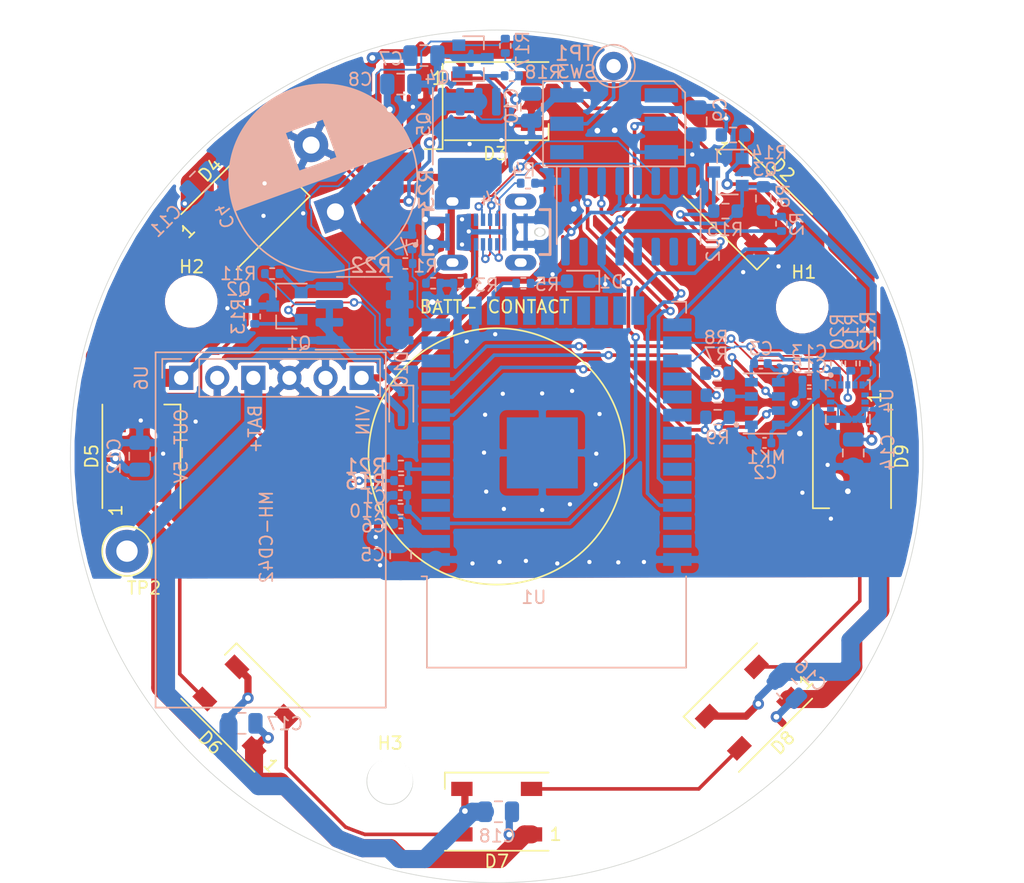
<source format=kicad_pcb>
(kicad_pcb (version 20171130) (host pcbnew "(5.1.10)-1")
  (layers (0 F.Cu signal) (31 B.Cu signal) (34 B.Paste user) (35 F.Paste user) (36 B.SilkS user) (37 F.SilkS user) (38 B.Mask user) (39 F.Mask user) (44 Edge.Cuts user))
  (net 0 "")
  (net 1 +5V)
  (net 2 +3V3)
  (net 3 "Net-(D2-Pad2)")
  (net 4 "Net-(D3-Pad2)")
  (net 5 "Net-(D4-Pad2)")
  (net 6 "Net-(D5-Pad2)")
  (net 7 "Net-(D6-Pad2)")
  (net 8 "Net-(D7-Pad2)")
  (net 9 /VBUS)
  (net 10 +BATT)
  (net 11 "Net-(J4-PadA5)")
  (net 12 /D-)
  (net 13 /D+)
  (net 14 "Net-(J4-PadB5)")
  (net 15 /TXD)
  (net 16 /RXD)
  (net 17 /LED_SIG_5)
  (net 18 /LED_SIG_3.3)
  (net 19 "Net-(D8-Pad2)")
  (net 20 /GPIO0)
  (net 21 GND)
  (net 22 /RST)
  (net 23 "Net-(R2-Pad2)")
  (net 24 "Net-(D1-Pad2)")
  (net 25 "Net-(MK1-Pad6)")
  (net 26 /WS)
  (net 27 /BCLK)
  (net 28 /D_OUT_I2S)
  (net 29 "Net-(R5-Pad2)")
  (net 30 "Net-(C4-Pad1)")
  (net 31 /SHIELD)
  (net 32 "Net-(Q1-Pad4)")
  (net 33 "Net-(Q4-Pad1)")
  (net 34 /SDA)
  (net 35 /SCL)
  (net 36 /CHARGE_CAP_EN)
  (net 37 "Net-(MK1-Pad3)")
  (net 38 "Net-(MK1-Pad7)")
  (net 39 /5V_EN_L)
  (net 40 /SDO)
  (net 41 /FIRE_L)
  (net 42 /BAT_VSENSE)
  (net 43 /CAP_VSENSE)
  (module USB4120-03-C_REVA:GCT_USB4120-03-C_REVA (layer B.Cu) (at 106.786 61.714)
    (fp_text reference J4 (at 0.3294 -2.3346) (layer B.SilkS) (effects (font (size 0.889 0.889) (thickness 0.127)) (justify mirror)))
    (fp_text value USB_C_Receptacle_USB2.0)
    (fp_line (start 3.65 0.26) (end 3.85 0.26) (layer Edge.Cuts) (width 0.1))
    (fp_line (start 3.85 -0.26) (end 3.65 -0.26) (layer Edge.Cuts) (width 0.1))
    (fp_arc (start 3.85 0) (end 4.11 0) (angle 90) (layer Edge.Cuts) (width 0.1))
    (fp_arc (start 3.85 0) (end 3.85 -0.26) (angle 90) (layer Edge.Cuts) (width 0.1))
    (fp_arc (start 3.65 0) (end 3.39 0) (angle 90) (layer Edge.Cuts) (width 0.1))
    (fp_arc (start 3.65 0) (end 3.65 0.26) (angle 90) (layer Edge.Cuts) (width 0.1))
    (pad None np_thru_hole circle (at -3.75 0) (size 0.52 0.52) (drill 0.52) (layers *.Cu *.Mask))
    (pad None np_thru_hole circle (at 3.75 0) (size 0.52 0.52) (drill 0.52) (layers *.Cu *.Mask))
    (pad S1 thru_hole oval (at -2.4 2.15) (size 2.2 1.1) (drill oval 0.85 0.6) (layers *.Cu *.Mask) (net 31 /SHIELD))
    (pad S1 thru_hole oval (at -2.4 -2.15) (size 2.2 1.1) (drill oval 0.85 0.6) (layers *.Cu *.Mask) (net 31 /SHIELD))
    (pad S3 thru_hole oval (at 2.4 2.15) (size 2.2 1.1) (drill oval 0.85 0.6) (layers *.Cu *.Mask))
    (pad S4 thru_hole oval (at 2.4 -2.15) (size 2.2 1.1) (drill oval 0.85 0.6) (layers *.Cu *.Mask))
    (pad A1 smd rect (at -2.75 0.865) (size 0.3 0.87) (layers B.Cu B.Paste B.Mask) (net 21 GND))
    (pad A12 smd rect (at 2.75 0.865) (size 0.3 0.87) (layers B.Cu B.Paste B.Mask) (net 21 GND))
    (pad A6 smd rect (at -0.25 0.865) (size 0.3 0.87) (layers B.Cu B.Paste B.Mask) (net 13 /D+))
    (pad A7 smd rect (at 0.25 0.865) (size 0.3 0.87) (layers B.Cu B.Paste B.Mask) (net 12 /D-))
    (pad A5 smd rect (at -0.75 0.865) (size 0.3 0.87) (layers B.Cu B.Paste B.Mask) (net 11 "Net-(J4-PadA5)"))
    (pad A4 smd rect (at -1.25 0.865) (size 0.3 0.87) (layers B.Cu B.Paste B.Mask) (net 9 /VBUS))
    (pad A8 smd rect (at 0.75 0.865) (size 0.3 0.87) (layers B.Cu B.Paste B.Mask))
    (pad A9 smd rect (at 1.25 0.865) (size 0.3 0.87) (layers B.Cu B.Paste B.Mask) (net 9 /VBUS))
    (pad B12 smd rect (at -2.75 -0.865) (size 0.3 0.87) (layers B.Cu B.Paste B.Mask) (net 21 GND))
    (pad B1 smd rect (at 2.75 -0.865) (size 0.3 0.87) (layers B.Cu B.Paste B.Mask) (net 21 GND))
    (pad B7 smd rect (at -0.25 -0.865) (size 0.3 0.87) (layers B.Cu B.Paste B.Mask) (net 12 /D-))
    (pad B6 smd rect (at 0.25 -0.865) (size 0.3 0.87) (layers B.Cu B.Paste B.Mask) (net 13 /D+))
    (pad B8 smd rect (at -0.75 -0.865) (size 0.3 0.87) (layers B.Cu B.Paste B.Mask))
    (pad B9 smd rect (at -1.25 -0.865) (size 0.3 0.87) (layers B.Cu B.Paste B.Mask) (net 9 /VBUS))
    (pad B5 smd rect (at 0.75 -0.865) (size 0.3 0.87) (layers B.Cu B.Paste B.Mask) (net 14 "Net-(J4-PadB5)"))
    (pad B4 smd rect (at 1.25 -0.865) (size 0.3 0.87) (layers B.Cu B.Paste B.Mask) (net 9 /VBUS))
  )
  (module RF_Module:ESP32-WROOM-32 (layer B.Cu) (at 111.71 76.499)
    (fp_text reference U1 (at -1.5974 10.922) (layer B.SilkS) (effects (font (size 0.889 0.889) (thickness 0.127)) (justify mirror)))
    (fp_text value ESP32-WROOM-32D)
    (pad 38 smd rect (at 8.5 8.255) (size 2 0.9) (layers B.Cu B.Paste B.Mask) (net 21 GND))
    (pad 37 smd rect (at 8.5 6.985) (size 2 0.9) (layers B.Cu B.Paste B.Mask))
    (pad 36 smd rect (at 8.5 5.715) (size 2 0.9) (layers B.Cu B.Paste B.Mask))
    (pad 35 smd rect (at 8.5 4.445) (size 2 0.9) (layers B.Cu B.Paste B.Mask) (net 16 /RXD))
    (pad 34 smd rect (at 8.5 3.175) (size 2 0.9) (layers B.Cu B.Paste B.Mask) (net 15 /TXD))
    (pad 33 smd rect (at 8.5 1.905) (size 2 0.9) (layers B.Cu B.Paste B.Mask))
    (pad 32 smd rect (at 8.5 0.635) (size 2 0.9) (layers B.Cu B.Paste B.Mask))
    (pad 31 smd rect (at 8.5 -0.635) (size 2 0.9) (layers B.Cu B.Paste B.Mask))
    (pad 30 smd rect (at 8.5 -1.905) (size 2 0.9) (layers B.Cu B.Paste B.Mask))
    (pad 29 smd rect (at 8.5 -3.175) (size 2 0.9) (layers B.Cu B.Paste B.Mask))
    (pad 28 smd rect (at 8.5 -4.445) (size 2 0.9) (layers B.Cu B.Paste B.Mask))
    (pad 27 smd rect (at 8.5 -5.715) (size 2 0.9) (layers B.Cu B.Paste B.Mask) (net 34 /SDA))
    (pad 26 smd rect (at 8.5 -6.985) (size 2 0.9) (layers B.Cu B.Paste B.Mask) (net 35 /SCL))
    (pad 25 smd rect (at 8.5 -8.255) (size 2 0.9) (layers B.Cu B.Paste B.Mask) (net 20 /GPIO0))
    (pad 24 smd rect (at 5.715 -9.255 270) (size 2 0.9) (layers B.Cu B.Paste B.Mask) (net 18 /LED_SIG_3.3))
    (pad 23 smd rect (at 4.445 -9.255 270) (size 2 0.9) (layers B.Cu B.Paste B.Mask))
    (pad 22 smd rect (at 3.175 -9.255 270) (size 2 0.9) (layers B.Cu B.Paste B.Mask))
    (pad 21 smd rect (at 1.905 -9.255 270) (size 2 0.9) (layers B.Cu B.Paste B.Mask))
    (pad 20 smd rect (at 0.635 -9.255 270) (size 2 0.9) (layers B.Cu B.Paste B.Mask))
    (pad 19 smd rect (at -0.635 -9.255 270) (size 2 0.9) (layers B.Cu B.Paste B.Mask))
    (pad 18 smd rect (at -1.905 -9.255 270) (size 2 0.9) (layers B.Cu B.Paste B.Mask))
    (pad 17 smd rect (at -3.175 -9.255 270) (size 2 0.9) (layers B.Cu B.Paste B.Mask))
    (pad 16 smd rect (at -4.445 -9.255 270) (size 2 0.9) (layers B.Cu B.Paste B.Mask) (net 29 "Net-(R5-Pad2)"))
    (pad 15 smd rect (at -5.715 -9.255 270) (size 2 0.9) (layers B.Cu B.Paste B.Mask) (net 21 GND))
    (pad 14 smd rect (at -8.5 -8.255) (size 2 0.9) (layers B.Cu B.Paste B.Mask) (net 43 /CAP_VSENSE))
    (pad 13 smd rect (at -8.5 -6.985) (size 2 0.9) (layers B.Cu B.Paste B.Mask) (net 41 /FIRE_L))
    (pad 12 smd rect (at -8.5 -5.715) (size 2 0.9) (layers B.Cu B.Paste B.Mask) (net 36 /CHARGE_CAP_EN))
    (pad 11 smd rect (at -8.5 -4.445) (size 2 0.9) (layers B.Cu B.Paste B.Mask) (net 27 /BCLK))
    (pad 10 smd rect (at -8.5 -3.175) (size 2 0.9) (layers B.Cu B.Paste B.Mask) (net 26 /WS))
    (pad 9 smd rect (at -8.5 -1.905) (size 2 0.9) (layers B.Cu B.Paste B.Mask) (net 28 /D_OUT_I2S))
    (pad 8 smd rect (at -8.5 -0.635) (size 2 0.9) (layers B.Cu B.Paste B.Mask))
    (pad 7 smd rect (at -8.5 0.635) (size 2 0.9) (layers B.Cu B.Paste B.Mask))
    (pad 6 smd rect (at -8.5 1.905) (size 2 0.9) (layers B.Cu B.Paste B.Mask) (net 42 /BAT_VSENSE))
    (pad 5 smd rect (at -8.5 3.175) (size 2 0.9) (layers B.Cu B.Paste B.Mask))
    (pad 4 smd rect (at -8.5 4.445) (size 2 0.9) (layers B.Cu B.Paste B.Mask))
    (pad 3 smd rect (at -8.5 5.715) (size 2 0.9) (layers B.Cu B.Paste B.Mask) (net 22 /RST))
    (pad 2 smd rect (at -8.5 6.985) (size 2 0.9) (layers B.Cu B.Paste B.Mask) (net 2 +3V3))
    (pad 1 smd rect (at -8.5 8.255) (size 2 0.9) (layers B.Cu B.Paste B.Mask) (net 21 GND))
    (pad 39 smd rect (at -1 0.755) (size 5 5) (layers B.Cu B.Paste B.Mask) (net 21 GND))
  )
  (module Resistor_SMD:R_0402_1005Metric (layer B.Cu) (at 101.5274 62.4254 90)
    (fp_text reference R23 (at 3.7064 1.0414 90) (layer B.SilkS) (effects (justify mirror)))
    (fp_text value 100K)
    (pad 2 smd roundrect (at 0.51 0 90) (size 0.54 0.64) (layers B.Cu B.Paste B.Mask) (net 21 GND))
    (pad 1 smd roundrect (at -0.51 0 90) (size 0.54 0.64) (layers B.Cu B.Paste B.Mask) (net 43 /CAP_VSENSE))
  )
  (module Resistor_SMD:R_0402_1005Metric (layer B.Cu) (at 101.0722 63.926)
    (fp_text reference R22 (at -2.415 0.127) (layer B.SilkS) (effects (justify mirror)))
    (fp_text value 100K)
    (pad 2 smd roundrect (at 0.51 0) (size 0.54 0.64) (layers B.Cu B.Paste B.Mask) (net 43 /CAP_VSENSE))
    (pad 1 smd roundrect (at -0.51 0) (size 0.54 0.64) (layers B.Cu B.Paste B.Mask) (net 30 "Net-(C4-Pad1)"))
  )
  (module Resistor_SMD:R_0402_1005Metric (layer B.Cu) (at 100.7654 78.1754 180)
    (fp_text reference R21 (at 2.5146 -0.0238) (layer B.SilkS) (effects (justify mirror)))
    (fp_text value 100K)
    (pad 2 smd roundrect (at 0.51 0 180) (size 0.54 0.64) (layers B.Cu B.Paste B.Mask) (net 21 GND))
    (pad 1 smd roundrect (at -0.51 0 180) (size 0.54 0.64) (layers B.Cu B.Paste B.Mask) (net 42 /BAT_VSENSE))
  )
  (module Resistor_SMD:R_0402_1005Metric (layer B.Cu) (at 100.780601 79.204399)
    (fp_text reference R16 (at -2.504401 0.114001) (layer B.SilkS) (effects (justify mirror)))
    (fp_text value 100K)
    (pad 2 smd roundrect (at 0.51 0) (size 0.54 0.64) (layers B.Cu B.Paste B.Mask) (net 42 /BAT_VSENSE))
    (pad 1 smd roundrect (at -0.51 0) (size 0.54 0.64) (layers B.Cu B.Paste B.Mask) (net 10 +BATT))
  )
  (module TestPoint:TestPoint_Loop_D1.80mm_Drill1.0mm_Beaded (layer B.Cu) (at 115.726 50.0322 180)
    (fp_text reference TP1 (at 2.7686 0.889) (layer B.SilkS) (effects (justify mirror)))
    (fp_text value 5V_EN_L)
    (pad 1 thru_hole circle (at 0 0 180) (size 2 2) (drill 1) (layers *.Cu *.Mask) (net 39 /5V_EN_L))
  )
  (module Resistor_SMD:R_0402_1005Metric (layer B.Cu) (at 133.4298 70.9618 270)
    (fp_text reference R12 (at -2.2606 -0.2032 90) (layer B.SilkS) (effects (justify mirror)))
    (fp_text value 10K)
    (pad 2 smd roundrect (at 0.51 0 270) (size 0.54 0.64) (layers B.Cu B.Paste B.Mask) (net 40 /SDO))
    (pad 1 smd roundrect (at -0.51 0 270) (size 0.54 0.64) (layers B.Cu B.Paste B.Mask) (net 2 +3V3))
  )
  (module TL2233OA:TL2233OA (layer B.Cu) (at 115.7895 54.0835 180)
    (fp_text reference SW3 (at 2.6543 3.6449) (layer B.SilkS) (effects (font (size 0.889 0.889) (thickness 0.127)) (justify mirror)))
    (fp_text value TL2233OA)
    (pad 3 smd rect (at -3.295 -2.01 270) (size 1 2.35) (layers B.Cu B.Paste B.Mask) (net 21 GND))
    (pad 6 smd rect (at 3.355 -2.01 270) (size 1 2.35) (layers B.Cu B.Paste B.Mask))
    (pad 2 smd rect (at -3.295 -0.01 270) (size 1 2.35) (layers B.Cu B.Paste B.Mask) (net 22 /RST))
    (pad 5 smd rect (at 3.355 -0.01 270) (size 1 2.35) (layers B.Cu B.Paste B.Mask) (net 39 /5V_EN_L))
    (pad 1 smd rect (at -3.295 1.99 270) (size 1 2.35) (layers B.Cu B.Paste B.Mask))
    (pad 4 smd rect (at 3.355 1.99 270) (size 1 2.35) (layers B.Cu B.Paste B.Mask) (net 21 GND))
  )
  (module CMM-4030D-261-I2S-TR:MIC_CMM-4030D-261-I2S-TR (layer B.Cu) (at 126.3686 73.7812)
    (fp_text reference MK1 (at 0.1016 3.7846) (layer B.SilkS) (effects (font (size 0.889 0.889) (thickness 0.127)) (justify mirror)))
    (fp_text value CMM-4030D-261-I2S-TR)
    (pad 1 smd rect (at -0.95 1.5) (size 0.9 0.6) (layers B.Cu B.Paste B.Mask) (net 21 GND))
    (pad 2 smd rect (at -0.95 0.5) (size 0.9 0.6) (layers B.Cu B.Paste B.Mask))
    (pad 3 smd rect (at -0.95 -0.5) (size 0.9 0.6) (layers B.Cu B.Paste B.Mask) (net 37 "Net-(MK1-Pad3)"))
    (pad 4 smd rect (at -0.95 -1.5) (size 0.9 0.6) (layers B.Cu B.Paste B.Mask) (net 2 +3V3))
    (pad 5 smd rect (at 0.95 -1.5) (size 0.9 0.6) (layers B.Cu B.Paste B.Mask) (net 21 GND))
    (pad 6 smd rect (at 0.95 -0.5) (size 0.9 0.6) (layers B.Cu B.Paste B.Mask) (net 25 "Net-(MK1-Pad6)"))
    (pad 7 smd rect (at 0.95 0.5) (size 0.9 0.6) (layers B.Cu B.Paste B.Mask) (net 38 "Net-(MK1-Pad7)"))
    (pad 8 smd rect (at 0.95 1.5) (size 0.9 0.6) (layers B.Cu B.Paste B.Mask) (net 2 +3V3))
  )
  (module Package_TO_SOT_SMD:SOT-23 (layer B.Cu) (at 105.836 49.514)
    (fp_text reference Q4 (at -2.5306 1.331) (layer B.SilkS) (effects (font (size 0.889 0.889) (thickness 0.127)) (justify mirror)))
    (fp_text value AO3400A)
    (pad 3 smd rect (at 1 0) (size 0.9 0.8) (layers B.Cu B.Paste B.Mask) (net 21 GND))
    (pad 2 smd rect (at -1 -0.95) (size 0.9 0.8) (layers B.Cu B.Paste B.Mask) (net 41 /FIRE_L))
    (pad 1 smd rect (at -1 0.95) (size 0.9 0.8) (layers B.Cu B.Paste B.Mask) (net 33 "Net-(Q4-Pad1)"))
  )
  (module Package_TO_SOT_SMD:SOT-23 (layer B.Cu) (at 92.739 66.9232 180)
    (fp_text reference Q2 (at 3.4036 1.1938) (layer B.SilkS) (effects (font (size 0.889 0.889) (thickness 0.127)) (justify mirror)))
    (fp_text value AO3400A)
    (pad 3 smd rect (at 1 0 180) (size 0.9 0.8) (layers B.Cu B.Paste B.Mask) (net 21 GND))
    (pad 2 smd rect (at -1 -0.95 180) (size 0.9 0.8) (layers B.Cu B.Paste B.Mask) (net 36 /CHARGE_CAP_EN))
    (pad 1 smd rect (at -1 0.95 180) (size 0.9 0.8) (layers B.Cu B.Paste B.Mask) (net 32 "Net-(Q1-Pad4)"))
  )
  (module LSM6DS33TR:PQFN50P300X300X86-16N (layer B.Cu) (at 132.2106 73.6796 270)
    (fp_text reference U4 (at -0.1016 -2.7432 270) (layer B.SilkS) (effects (font (size 0.889 0.889) (thickness 0.127)) (justify mirror)))
    (fp_text value LSM6DS33TR)
    (pad 1 smd roundrect (at -1.21 1 270) (size 0.51 0.35) (layers B.Cu B.Paste B.Mask) (roundrect_rratio 0.04) (net 2 +3V3))
    (pad 2 smd roundrect (at -1.21 0.5 270) (size 0.51 0.35) (layers B.Cu B.Paste B.Mask) (roundrect_rratio 0.04) (net 35 /SCL))
    (pad 3 smd roundrect (at -1.21 0 270) (size 0.51 0.35) (layers B.Cu B.Paste B.Mask) (roundrect_rratio 0.04) (net 34 /SDA))
    (pad 4 smd roundrect (at -1.21 -0.5 270) (size 0.51 0.35) (layers B.Cu B.Paste B.Mask) (roundrect_rratio 0.04) (net 40 /SDO))
    (pad 5 smd roundrect (at -1.21 -1 270) (size 0.51 0.35) (layers B.Cu B.Paste B.Mask) (roundrect_rratio 0.04) (net 2 +3V3))
    (pad 6 smd roundrect (at -0.5 -1.21 270) (size 0.35 0.51) (layers B.Cu B.Paste B.Mask) (roundrect_rratio 0.04))
    (pad 7 smd roundrect (at 0 -1.21 270) (size 0.35 0.51) (layers B.Cu B.Paste B.Mask) (roundrect_rratio 0.04))
    (pad 8 smd roundrect (at 0.5 -1.21 270) (size 0.35 0.51) (layers B.Cu B.Paste B.Mask) (roundrect_rratio 0.04) (net 21 GND))
    (pad 9 smd roundrect (at 1.21 -1 270) (size 0.51 0.35) (layers B.Cu B.Paste B.Mask) (roundrect_rratio 0.04) (net 21 GND))
    (pad 10 smd roundrect (at 1.21 -0.5 270) (size 0.51 0.35) (layers B.Cu B.Paste B.Mask) (roundrect_rratio 0.04) (net 21 GND))
    (pad 11 smd roundrect (at 1.21 0 270) (size 0.51 0.35) (layers B.Cu B.Paste B.Mask) (roundrect_rratio 0.04) (net 21 GND))
    (pad 12 smd roundrect (at 1.21 0.5 270) (size 0.51 0.35) (layers B.Cu B.Paste B.Mask) (roundrect_rratio 0.04) (net 21 GND))
    (pad 13 smd roundrect (at 1.21 1 270) (size 0.51 0.35) (layers B.Cu B.Paste B.Mask) (roundrect_rratio 0.04) (net 21 GND))
    (pad 14 smd roundrect (at 0.5 1.21 270) (size 0.35 0.51) (layers B.Cu B.Paste B.Mask) (roundrect_rratio 0.04))
    (pad 15 smd roundrect (at 0 1.21 270) (size 0.35 0.51) (layers B.Cu B.Paste B.Mask) (roundrect_rratio 0.04) (net 21 GND))
    (pad 16 smd roundrect (at -0.5 1.21 270) (size 0.35 0.51) (layers B.Cu B.Paste B.Mask) (roundrect_rratio 0.04) (net 2 +3V3))
  )
  (module Resistor_SMD:R_0402_1005Metric (layer B.Cu) (at 131.3978 70.9598 270)
    (fp_text reference R20 (at -2.2352 -0.0746 90) (layer B.SilkS) (effects (font (size 0.889 0.889) (thickness 0.127)) (justify mirror)))
    (fp_text value 10K)
    (pad 2 smd roundrect (at 0.51 0 270) (size 0.54 0.64) (layers B.Cu B.Paste B.Mask) (net 35 /SCL))
    (pad 1 smd roundrect (at -0.51 0 270) (size 0.54 0.64) (layers B.Cu B.Paste B.Mask) (net 2 +3V3))
  )
  (module Resistor_SMD:R_0402_1005Metric (layer B.Cu) (at 132.4138 70.9618 270)
    (fp_text reference R19 (at -2.2352 -0.0746 90) (layer B.SilkS) (effects (font (size 0.889 0.889) (thickness 0.127)) (justify mirror)))
    (fp_text value 10K)
    (pad 2 smd roundrect (at 0.51 0 270) (size 0.54 0.64) (layers B.Cu B.Paste B.Mask) (net 34 /SDA))
    (pad 1 smd roundrect (at -0.51 0 270) (size 0.54 0.64) (layers B.Cu B.Paste B.Mask) (net 2 +3V3))
  )
  (module Capacitor_SMD:C_0402_1005Metric (layer B.Cu) (at 129.4928 73.0954 180)
    (fp_text reference C15 (at 0 1.922 180) (layer B.SilkS) (effects (font (size 0.889 0.889) (thickness 0.127)) (justify mirror)))
    (fp_text value .1uF)
    (pad 2 smd roundrect (at 0.48 0 180) (size 0.56 0.62) (layers B.Cu B.Paste B.Mask) (net 21 GND))
    (pad 1 smd roundrect (at -0.48 0 180) (size 0.56 0.62) (layers B.Cu B.Paste B.Mask) (net 2 +3V3))
  )
  (module Capacitor_SMD:C_0402_1005Metric (layer B.Cu) (at 129.4928 72.1302 180)
    (fp_text reference C13 (at 0 1.9812) (layer B.SilkS) (effects (font (size 0.889 0.889) (thickness 0.127)) (justify mirror)))
    (fp_text value .1uF)
    (pad 2 smd roundrect (at 0.48 0 180) (size 0.56 0.62) (layers B.Cu B.Paste B.Mask) (net 21 GND))
    (pad 1 smd roundrect (at -0.48 0 180) (size 0.56 0.62) (layers B.Cu B.Paste B.Mask) (net 2 +3V3))
  )
  (module Resistor_SMD:R_0402_1005Metric (layer B.Cu) (at 108.5632 50.718 180)
    (fp_text reference R18 (at -2.1844 0.254) (layer B.SilkS) (effects (font (size 0.889 0.889) (thickness 0.127)) (justify mirror)))
    (fp_text value 10K)
    (pad 2 smd roundrect (at 0.51 0 180) (size 0.54 0.64) (layers B.Cu B.Paste B.Mask) (net 33 "Net-(Q4-Pad1)"))
    (pad 1 smd roundrect (at -0.51 0 180) (size 0.54 0.64) (layers B.Cu B.Paste B.Mask) (net 30 "Net-(C4-Pad1)"))
  )
  (module Resistor_SMD:R_0402_1005Metric (layer B.Cu) (at 108.106 48.6098 270)
    (fp_text reference R17 (at 0.2286 -1.2192 90) (layer B.SilkS) (effects (font (size 0.889 0.889) (thickness 0.127)) (justify mirror)))
    (fp_text value 10K)
    (pad 2 smd roundrect (at 0.51 0 270) (size 0.54 0.64) (layers B.Cu B.Paste B.Mask) (net 30 "Net-(C4-Pad1)"))
    (pad 1 smd roundrect (at -0.51 0 270) (size 0.54 0.64) (layers B.Cu B.Paste B.Mask) (net 41 /FIRE_L))
  )
  (module Resistor_SMD:R_0402_1005Metric (layer B.Cu) (at 90.4784 67.6598 270)
    (fp_text reference R13 (at 0 1.17 90) (layer B.SilkS) (effects (font (size 0.889 0.889) (thickness 0.127)) (justify mirror)))
    (fp_text value 10K)
    (pad 2 smd roundrect (at 0.51 0 270) (size 0.54 0.64) (layers B.Cu B.Paste B.Mask) (net 36 /CHARGE_CAP_EN))
    (pad 1 smd roundrect (at -0.51 0 270) (size 0.54 0.64) (layers B.Cu B.Paste B.Mask) (net 21 GND))
  )
  (module Resistor_SMD:R_0402_1005Metric (layer B.Cu) (at 91.6976 64.6372)
    (fp_text reference R11 (at -2.3876 0) (layer B.SilkS) (effects (font (size 0.889 0.889) (thickness 0.127)) (justify mirror)))
    (fp_text value 10K)
    (pad 2 smd roundrect (at 0.51 0) (size 0.54 0.64) (layers B.Cu B.Paste B.Mask) (net 32 "Net-(Q1-Pad4)"))
    (pad 1 smd roundrect (at -0.51 0) (size 0.54 0.64) (layers B.Cu B.Paste B.Mask) (net 1 +5V))
  )
  (module Diode_SMD:D_SOD-323 (layer B.Cu) (at 100.786 74.014 270)
    (fp_text reference D10 (at -2.6712 -0.0048 90) (layer B.SilkS) (effects (font (size 0.889 0.889) (thickness 0.127)) (justify mirror)))
    (fp_text value 1N5819WS)
    (pad 2 smd rect (at 1.05 0 270) (size 0.6 0.45) (layers B.Cu B.Paste B.Mask) (net 9 /VBUS))
    (pad 1 smd rect (at -1.05 0 270) (size 0.6 0.45) (layers B.Cu B.Paste B.Mask) (net 1 +5V))
  )
  (module Package_SO:SOIC-8_3.9x4.9mm_P1.27mm (layer B.Cu) (at 105.566 55.014 270)
    (fp_text reference Q5 (at -0.8924 3.2004 90) (layer B.SilkS) (effects (font (size 0.889 0.889) (thickness 0.127)) (justify mirror)))
    (fp_text value AO4407C)
    (pad 8 smd roundrect (at 2.475 1.905 270) (size 1.95 0.6) (layers B.Cu B.Paste B.Mask) (net 31 /SHIELD))
    (pad 7 smd roundrect (at 2.475 0.635 270) (size 1.95 0.6) (layers B.Cu B.Paste B.Mask) (net 31 /SHIELD))
    (pad 6 smd roundrect (at 2.475 -0.635 270) (size 1.95 0.6) (layers B.Cu B.Paste B.Mask) (net 31 /SHIELD))
    (pad 5 smd roundrect (at 2.475 -1.905 270) (size 1.95 0.6) (layers B.Cu B.Paste B.Mask) (net 31 /SHIELD))
    (pad 4 smd roundrect (at -2.475 -1.905 270) (size 1.95 0.6) (layers B.Cu B.Paste B.Mask) (net 33 "Net-(Q4-Pad1)"))
    (pad 3 smd roundrect (at -2.475 -0.635 270) (size 1.95 0.6) (layers B.Cu B.Paste B.Mask) (net 30 "Net-(C4-Pad1)"))
    (pad 2 smd roundrect (at -2.475 0.635 270) (size 1.95 0.6) (layers B.Cu B.Paste B.Mask) (net 30 "Net-(C4-Pad1)"))
    (pad 1 smd roundrect (at -2.475 1.905 270) (size 1.95 0.6) (layers B.Cu B.Paste B.Mask) (net 30 "Net-(C4-Pad1)"))
  )
  (module Package_SO:SOIC-8_3.9x4.9mm_P1.27mm (layer B.Cu) (at 98.2 67.4312)
    (fp_text reference Q1 (at -4.6228 2.1082) (layer B.SilkS) (effects (font (size 0.889 0.889) (thickness 0.127)) (justify mirror)))
    (fp_text value AO4407C)
    (pad 8 smd roundrect (at 2.475 1.905) (size 1.95 0.6) (layers B.Cu B.Paste B.Mask) (net 30 "Net-(C4-Pad1)"))
    (pad 7 smd roundrect (at 2.475 0.635) (size 1.95 0.6) (layers B.Cu B.Paste B.Mask) (net 30 "Net-(C4-Pad1)"))
    (pad 6 smd roundrect (at 2.475 -0.635) (size 1.95 0.6) (layers B.Cu B.Paste B.Mask) (net 30 "Net-(C4-Pad1)"))
    (pad 5 smd roundrect (at 2.475 -1.905) (size 1.95 0.6) (layers B.Cu B.Paste B.Mask) (net 30 "Net-(C4-Pad1)"))
    (pad 4 smd roundrect (at -2.475 -1.905) (size 1.95 0.6) (layers B.Cu B.Paste B.Mask) (net 32 "Net-(Q1-Pad4)"))
    (pad 3 smd roundrect (at -2.475 -0.635) (size 1.95 0.6) (layers B.Cu B.Paste B.Mask) (net 1 +5V))
    (pad 2 smd roundrect (at -2.475 0.635) (size 1.95 0.6) (layers B.Cu B.Paste B.Mask) (net 1 +5V))
    (pad 1 smd roundrect (at -2.475 1.905) (size 1.95 0.6) (layers B.Cu B.Paste B.Mask) (net 1 +5V))
  )
  (module Capacitor_THT:CP_Radial_D13.0mm_P5.00mm (layer B.Cu) (at 96.150901 60.293263 110)
    (fp_text reference C4 (at 2.36774 -7.472322 110) (layer B.SilkS) (effects (font (size 0.889 0.889) (thickness 0.127)) (justify mirror)))
    (fp_text value CP1_Small)
    (pad 2 thru_hole circle (at 5 0 110) (size 2.4 2.4) (drill 1.2) (layers *.Cu *.Mask) (net 21 GND))
    (pad 1 thru_hole rect (at 0 0 110) (size 2.4 2.4) (drill 1.2) (layers *.Cu *.Mask) (net 30 "Net-(C4-Pad1)"))
  )
  (module Resistor_SMD:R_0603_1608Metric (layer B.Cu) (at 123.0412 74.7464)
    (fp_text reference R9 (at 0 1.43 180) (layer B.SilkS) (effects (font (size 0.889 0.889) (thickness 0.127)) (justify mirror)))
    (fp_text value 51R)
    (pad 2 smd roundrect (at 0.825 0) (size 0.8 0.95) (layers B.Cu B.Paste B.Mask) (net 38 "Net-(MK1-Pad7)"))
    (pad 1 smd roundrect (at -0.825 0) (size 0.8 0.95) (layers B.Cu B.Paste B.Mask) (net 28 /D_OUT_I2S))
  )
  (module Resistor_SMD:R_0603_1608Metric (layer B.Cu) (at 123.028 71.6476 180)
    (fp_text reference R8 (at 0.0884 2.5146) (layer B.SilkS) (effects (font (size 0.889 0.889) (thickness 0.127)) (justify mirror)))
    (fp_text value 51R)
    (pad 1 smd roundrect (at -0.825 0 180) (size 0.8 0.95) (layers B.Cu B.Paste B.Mask) (net 25 "Net-(MK1-Pad6)"))
    (pad 2 smd roundrect (at 0.825 0 180) (size 0.8 0.95) (layers B.Cu B.Paste B.Mask) (net 27 /BCLK))
  )
  (module Resistor_SMD:R_0603_1608Metric (layer B.Cu) (at 123.0666 73.197 180)
    (fp_text reference R7 (at 0.127 2.8956 180) (layer B.SilkS) (effects (font (size 0.889 0.889) (thickness 0.127)) (justify mirror)))
    (fp_text value 51R)
    (pad 2 smd roundrect (at 0.825 0 180) (size 0.8 0.95) (layers B.Cu B.Paste B.Mask) (net 26 /WS))
    (pad 1 smd roundrect (at -0.825 0 180) (size 0.8 0.95) (layers B.Cu B.Paste B.Mask) (net 37 "Net-(MK1-Pad3)"))
  )
  (module Resistor_SMD:R_0402_1005Metric (layer B.Cu) (at 109.376 65.323 180)
    (fp_text reference R5 (at -1.6764 -0.0762) (layer B.SilkS) (effects (font (size 0.889 0.889) (thickness 0.127)) (justify mirror)))
    (fp_text value 220R)
    (pad 2 smd roundrect (at 0.51 0 180) (size 0.54 0.64) (layers B.Cu B.Paste B.Mask) (net 29 "Net-(R5-Pad2)"))
    (pad 1 smd roundrect (at -0.51 0 180) (size 0.54 0.64) (layers B.Cu B.Paste B.Mask) (net 24 "Net-(D1-Pad2)"))
  )
  (module LED_SMD:LED_0603_1608Metric (layer B.Cu) (at 113.2368 65.1706 180)
    (fp_text reference D1 (at -2.3368 -0.0508) (layer B.SilkS) (effects (font (size 0.889 0.889) (thickness 0.127)) (justify mirror)))
    (fp_text value LED)
    (pad 2 smd roundrect (at 0.7875 0 180) (size 0.875 0.95) (layers B.Cu B.Paste B.Mask) (net 24 "Net-(D1-Pad2)"))
    (pad 1 smd roundrect (at -0.7875 0 180) (size 0.875 0.95) (layers B.Cu B.Paste B.Mask) (net 21 GND))
  )
  (module Capacitor_SMD:C_0402_1005Metric (layer B.Cu) (at 126.0918 70.9618)
    (fp_text reference C3 (at -0.0026 -1.0414) (layer B.SilkS) (effects (font (size 0.889 0.889) (thickness 0.127)) (justify mirror)))
    (fp_text value 220pF)
    (pad 2 smd roundrect (at 0.48 0) (size 0.56 0.62) (layers B.Cu B.Paste B.Mask) (net 21 GND))
    (pad 1 smd roundrect (at -0.48 0) (size 0.56 0.62) (layers B.Cu B.Paste B.Mask) (net 2 +3V3))
  )
  (module Capacitor_SMD:C_0402_1005Metric (layer B.Cu) (at 126.3458 76.5498 180)
    (fp_text reference C2 (at -0.0482 -2.0828) (layer B.SilkS) (effects (font (size 0.889 0.889) (thickness 0.127)) (justify mirror)))
    (fp_text value .1uF)
    (pad 2 smd roundrect (at 0.48 0 180) (size 0.56 0.62) (layers B.Cu B.Paste B.Mask) (net 21 GND))
    (pad 1 smd roundrect (at -0.48 0 180) (size 0.56 0.62) (layers B.Cu B.Paste B.Mask) (net 2 +3V3))
  )
  (module Resistor_SMD:R_0402_1005Metric (layer B.Cu) (at 127.537 61.132 270)
    (fp_text reference R2 (at 0.0254 -1.0922 90) (layer B.SilkS) (effects (font (size 0.889 0.889) (thickness 0.127)) (justify mirror)))
    (fp_text value 220)
    (pad 2 smd roundrect (at 0.51 0 270) (size 0.54 0.64) (layers B.Cu B.Paste B.Mask) (net 23 "Net-(R2-Pad2)"))
    (pad 1 smd roundrect (at -0.51 0 270) (size 0.54 0.64) (layers B.Cu B.Paste B.Mask) (net 20 /GPIO0))
  )
  (module Resistor_SMD:R_0603_1608Metric (layer B.Cu) (at 126.267 59.354 270)
    (fp_text reference R6 (at -0.1778 -1.397 90) (layer B.SilkS) (effects (font (size 0.889 0.889) (thickness 0.127)) (justify mirror)))
    (fp_text value 10K)
    (pad 2 smd roundrect (at 0.825 0 270) (size 0.8 0.95) (layers B.Cu B.Paste B.Mask) (net 20 /GPIO0))
    (pad 1 smd roundrect (at -0.825 0 270) (size 0.8 0.95) (layers B.Cu B.Paste B.Mask) (net 2 +3V3))
  )
  (module LED_SMD:LED_WS2812B_PLCC4_5.0x5.0mm_P3.2mm (layer F.Cu) (at 125.177 59.8333 315)
    (fp_text reference D2 (at 0 -3.5 135) (layer F.SilkS) (effects (font (size 0.889 0.889) (thickness 0.127))))
    (fp_text value WS2812B)
    (fp_text user 1 (at -4.15 -1.6 135) (layer F.SilkS) (effects (font (size 0.889 0.889) (thickness 0.127))))
    (pad 1 smd rect (at -2.45 -1.6 315) (size 1.5 1) (layers F.Cu F.Paste F.Mask) (net 1 +5V))
    (pad 2 smd rect (at -2.45 1.6 315) (size 1.5 1) (layers F.Cu F.Paste F.Mask) (net 3 "Net-(D2-Pad2)"))
    (pad 4 smd rect (at 2.45 -1.6 315) (size 1.5 1) (layers F.Cu F.Paste F.Mask) (net 17 /LED_SIG_5))
    (pad 3 smd rect (at 2.45 1.6 315) (size 1.5 1) (layers F.Cu F.Paste F.Mask) (net 21 GND))
  )
  (module Capacitor_SMD:C_0402_1005Metric (layer B.Cu) (at 100.7146 80.2328 180)
    (fp_text reference C1 (at 1.8288 -0.127) (layer B.SilkS) (effects (font (size 0.889 0.889) (thickness 0.127)) (justify mirror)))
    (fp_text value 1uF)
    (pad 2 smd roundrect (at 0.48 0 180) (size 0.56 0.62) (layers B.Cu B.Paste B.Mask) (net 21 GND))
    (pad 1 smd roundrect (at -0.48 0 180) (size 0.56 0.62) (layers B.Cu B.Paste B.Mask) (net 22 /RST))
  )
  (module Arduino:MH-CD42 (layer B.Cu) (at 85.294 71.976 270)
    (fp_text reference U6 (at 0 2.8 270) (layer B.SilkS) (effects (font (size 0.889 0.889) (thickness 0.127)) (justify mirror)))
    (fp_text value MH-CD42)
    (fp_text user OUT-5V (at 4.8 0 270) (layer B.SilkS) (effects (font (size 0.889 0.889) (thickness 0.127)) (justify mirror)))
    (fp_text user BAT+ (at 3.6 -5.2 270) (layer B.SilkS) (effects (font (size 0.889 0.889) (thickness 0.127)) (justify mirror)))
    (fp_text user VIN (at 3 -12.8 270) (layer B.SilkS) (effects (font (size 0.889 0.889) (thickness 0.127)) (justify mirror)))
    (fp_text user MH-CD42 (at 11.2 -6 270) (layer B.SilkS) (effects (font (size 0.889 0.889) (thickness 0.127)) (justify mirror)))
    (pad 6 thru_hole rect (at 0 -12.7 270) (size 1.7 1.7) (drill 1) (layers *.Cu *.Mask) (net 9 /VBUS))
    (pad 5 thru_hole oval (at 0 -10.16 270) (size 1.7 1.7) (drill 1) (layers *.Cu *.Mask) (net 21 GND))
    (pad 4 thru_hole circle (at 0 -7.62 270) (size 1.7 1.7) (drill 1) (layers *.Cu *.Mask) (net 21 GND))
    (pad 3 thru_hole rect (at 0 -5.08 270) (size 1.7 1.7) (drill 1) (layers *.Cu *.Mask) (net 10 +BATT))
    (pad 2 thru_hole oval (at 0 -2.54 270) (size 1.7 1.7) (drill 1) (layers *.Cu *.Mask) (net 21 GND))
    (pad 1 thru_hole rect (at 0 0 270) (size 1.7 1.7) (drill 1) (layers *.Cu *.Mask) (net 1 +5V))
  )
  (module MountingHole:MountingHole_3.2mm_M3 (layer F.Cu) (at 100 100.3)
    (fp_text reference H3 (at 0.0034 -2.6174) (layer F.SilkS) (effects (font (size 0.889 0.889) (thickness 0.127))))
    (fp_text value MountingHole)
    (pad 1 np_thru_hole circle (at 0 0) (size 3.2 3.2) (drill 3.2) (layers *.Cu *.Mask))
  )
  (module MountingHole:MountingHole_3.2mm_M3 (layer F.Cu) (at 86 66.6)
    (fp_text reference H2 (at 0.0334 -2.4454) (layer F.SilkS) (effects (font (size 0.889 0.889) (thickness 0.127))))
    (fp_text value MountingHole)
    (pad 1 np_thru_hole circle (at 0 0) (size 3.2 3.2) (drill 3.2) (layers *.Cu *.Mask))
  )
  (module MountingHole:MountingHole_3.2mm_M3 (layer F.Cu) (at 129 67)
    (fp_text reference H1 (at 0.1118 -2.4644) (layer F.SilkS) (effects (font (size 0.889 0.889) (thickness 0.127))))
    (fp_text value MountingHole)
    (pad 1 np_thru_hole circle (at 0 0) (size 3.2 3.2) (drill 3.2) (layers *.Cu *.Mask))
  )
  (module Package_SO:SOIC-16_3.9x9.9mm_P1.27mm (layer B.Cu) (at 116.786 60.614 270)
    (fp_text reference U2 (at 2.351 -5.95 270) (layer B.SilkS) (effects (font (size 0.889 0.889) (thickness 0.127)) (justify mirror)))
    (fp_text value CH340C)
    (pad 16 smd roundrect (at 2.475 4.445 270) (size 1.95 0.6) (layers B.Cu B.Paste B.Mask) (net 2 +3V3))
    (pad 15 smd roundrect (at 2.475 3.175 270) (size 1.95 0.6) (layers B.Cu B.Paste B.Mask))
    (pad 14 smd roundrect (at 2.475 1.905 270) (size 1.95 0.6) (layers B.Cu B.Paste B.Mask) (net 22 /RST))
    (pad 13 smd roundrect (at 2.475 0.635 270) (size 1.95 0.6) (layers B.Cu B.Paste B.Mask) (net 23 "Net-(R2-Pad2)"))
    (pad 12 smd roundrect (at 2.475 -0.635 270) (size 1.95 0.6) (layers B.Cu B.Paste B.Mask))
    (pad 11 smd roundrect (at 2.475 -1.905 270) (size 1.95 0.6) (layers B.Cu B.Paste B.Mask))
    (pad 10 smd roundrect (at 2.475 -3.175 270) (size 1.95 0.6) (layers B.Cu B.Paste B.Mask))
    (pad 9 smd roundrect (at 2.475 -4.445 270) (size 1.95 0.6) (layers B.Cu B.Paste B.Mask))
    (pad 8 smd roundrect (at -2.475 -4.445 270) (size 1.95 0.6) (layers B.Cu B.Paste B.Mask))
    (pad 7 smd roundrect (at -2.475 -3.175 270) (size 1.95 0.6) (layers B.Cu B.Paste B.Mask))
    (pad 6 smd roundrect (at -2.475 -1.905 270) (size 1.95 0.6) (layers B.Cu B.Paste B.Mask) (net 12 /D-))
    (pad 5 smd roundrect (at -2.475 -0.635 270) (size 1.95 0.6) (layers B.Cu B.Paste B.Mask) (net 13 /D+))
    (pad 4 smd roundrect (at -2.475 0.635 270) (size 1.95 0.6) (layers B.Cu B.Paste B.Mask) (net 2 +3V3))
    (pad 3 smd roundrect (at -2.475 1.905 270) (size 1.95 0.6) (layers B.Cu B.Paste B.Mask) (net 16 /RXD))
    (pad 2 smd roundrect (at -2.475 3.175 270) (size 1.95 0.6) (layers B.Cu B.Paste B.Mask) (net 15 /TXD))
    (pad 1 smd roundrect (at -2.475 4.445 270) (size 1.95 0.6) (layers B.Cu B.Paste B.Mask) (net 21 GND))
  )
  (module TestPoint:TestPoint_THTPad_D3.0mm_Drill1.5mm (layer F.Cu) (at 81.484 84.168)
    (fp_text reference TP2 (at 1.2 2.6) (layer F.SilkS) (effects (font (size 0.889 0.889) (thickness 0.127))))
    (fp_text value +BAT)
    (pad 1 thru_hole circle (at 0 0) (size 3 3) (drill 1.5) (layers *.Cu *.Mask) (net 10 +BATT))
  )
  (module Resistor_SMD:R_0603_1608Metric (layer B.Cu) (at 123.597 60.24)
    (fp_text reference R15 (at -0.0224 1.2984 180) (layer B.SilkS) (effects (font (size 0.889 0.889) (thickness 0.127)) (justify mirror)))
    (fp_text value 10K)
    (pad 2 smd roundrect (at 0.825 0) (size 0.8 0.95) (layers B.Cu B.Paste B.Mask) (net 2 +3V3))
    (pad 1 smd roundrect (at -0.825 0) (size 0.8 0.95) (layers B.Cu B.Paste B.Mask) (net 18 /LED_SIG_3.3))
  )
  (module Resistor_SMD:R_0603_1608Metric (layer B.Cu) (at 124.1334 54.8836 180)
    (fp_text reference R14 (at -2.54 -1.2446 180) (layer B.SilkS) (effects (font (size 0.889 0.889) (thickness 0.127)) (justify mirror)))
    (fp_text value 10K)
    (pad 2 smd roundrect (at 0.825 0 180) (size 0.8 0.95) (layers B.Cu B.Paste B.Mask) (net 1 +5V))
    (pad 1 smd roundrect (at -0.825 0 180) (size 0.8 0.95) (layers B.Cu B.Paste B.Mask) (net 17 /LED_SIG_5))
  )
  (module Package_TO_SOT_SMD:SOT-23 (layer B.Cu) (at 123.772 57.49 180)
    (fp_text reference Q3 (at -2.5966 0.1934 180) (layer B.SilkS) (effects (font (size 0.889 0.889) (thickness 0.127)) (justify mirror)))
    (fp_text value AO3400A)
    (pad 3 smd rect (at 1 0 180) (size 0.9 0.8) (layers B.Cu B.Paste B.Mask) (net 18 /LED_SIG_3.3))
    (pad 2 smd rect (at -1 -0.95 180) (size 0.9 0.8) (layers B.Cu B.Paste B.Mask) (net 2 +3V3))
    (pad 1 smd rect (at -1 0.95 180) (size 0.9 0.8) (layers B.Cu B.Paste B.Mask) (net 17 /LED_SIG_5))
  )
  (module Capacitor_SMD:C_0805_2012Metric (layer B.Cu) (at 107.6234 102.5086 180)
    (fp_text reference C18 (at 0.1 -1.7) (layer B.SilkS) (effects (font (size 0.889 0.889) (thickness 0.127)) (justify mirror)))
    (fp_text value 10uF)
    (pad 2 smd roundrect (at 0.95 0 180) (size 1 1.45) (layers B.Cu B.Paste B.Mask) (net 21 GND))
    (pad 1 smd roundrect (at -0.95 0 180) (size 1 1.45) (layers B.Cu B.Paste B.Mask) (net 1 +5V))
  )
  (module Capacitor_SMD:C_0805_2012Metric (layer B.Cu) (at 89.5742 96.2856 180)
    (fp_text reference C17 (at -3.0124 -0.0254) (layer B.SilkS) (effects (font (size 0.889 0.889) (thickness 0.127)) (justify mirror)))
    (fp_text value 10uF)
    (pad 2 smd roundrect (at 0.95 0 180) (size 1 1.45) (layers B.Cu B.Paste B.Mask) (net 21 GND))
    (pad 1 smd roundrect (at -0.95 0 180) (size 1 1.45) (layers B.Cu B.Paste B.Mask) (net 1 +5V))
  )
  (module Capacitor_SMD:C_0805_2012Metric (layer B.Cu) (at 127.918 93.8472 135)
    (fp_text reference C16 (at -0.520855 1.814012 315) (layer B.SilkS) (effects (font (size 0.889 0.889) (thickness 0.127)) (justify mirror)))
    (fp_text value 10uF)
    (pad 2 smd roundrect (at 0.95 0 135) (size 1 1.45) (layers B.Cu B.Paste B.Mask) (net 21 GND))
    (pad 1 smd roundrect (at -0.95 0 135) (size 1 1.45) (layers B.Cu B.Paste B.Mask) (net 1 +5V))
  )
  (module Capacitor_SMD:C_0805_2012Metric (layer B.Cu) (at 132.5916 77.261 270)
    (fp_text reference C14 (at -0.0508 -2.4384 270) (layer B.SilkS) (effects (font (size 0.889 0.889) (thickness 0.127)) (justify mirror)))
    (fp_text value 10uF)
    (pad 2 smd roundrect (at 0.95 0 270) (size 1 1.45) (layers B.Cu B.Paste B.Mask) (net 21 GND))
    (pad 1 smd roundrect (at -0.95 0 270) (size 1 1.45) (layers B.Cu B.Paste B.Mask) (net 1 +5V))
  )
  (module Capacitor_SMD:C_0805_2012Metric (layer B.Cu) (at 82.3758 77.4896 90)
    (fp_text reference C12 (at 0 -1.8 270) (layer B.SilkS) (effects (font (size 0.889 0.889) (thickness 0.127)) (justify mirror)))
    (fp_text value 10uF)
    (pad 2 smd roundrect (at 0.95 0 90) (size 1 1.45) (layers B.Cu B.Paste B.Mask) (net 21 GND))
    (pad 1 smd roundrect (at -0.95 0 90) (size 1 1.45) (layers B.Cu B.Paste B.Mask) (net 1 +5V))
  )
  (module Capacitor_SMD:C_0805_2012Metric (layer B.Cu) (at 86.603551 58.148849 45)
    (fp_text reference C11 (at -3.662037 0.269408 225) (layer B.SilkS) (effects (font (size 0.889 0.889) (thickness 0.127)) (justify mirror)))
    (fp_text value 10uF)
    (pad 2 smd roundrect (at 0.95 0 45) (size 1 1.45) (layers B.Cu B.Paste B.Mask) (net 21 GND))
    (pad 1 smd roundrect (at -0.95 0 45) (size 1 1.45) (layers B.Cu B.Paste B.Mask) (net 1 +5V))
  )
  (module Capacitor_SMD:C_0805_2012Metric (layer B.Cu) (at 109.9348 52.9278 270)
    (fp_text reference C10 (at -0.0762 1.397 90) (layer B.SilkS) (effects (font (size 0.889 0.889) (thickness 0.127)) (justify mirror)))
    (fp_text value 10uF)
    (pad 2 smd roundrect (at 0.95 0 270) (size 1 1.45) (layers B.Cu B.Paste B.Mask) (net 21 GND))
    (pad 1 smd roundrect (at -0.95 0 270) (size 1 1.45) (layers B.Cu B.Paste B.Mask) (net 1 +5V))
  )
  (module Capacitor_SMD:C_0805_2012Metric (layer B.Cu) (at 121.5426 53.893 270)
    (fp_text reference C9 (at -0.7874 -1.6764 270) (layer B.SilkS) (effects (font (size 0.889 0.889) (thickness 0.127)) (justify mirror)))
    (fp_text value 10uF)
    (pad 2 smd roundrect (at 0.95 0 270) (size 1 1.45) (layers B.Cu B.Paste B.Mask) (net 21 GND))
    (pad 1 smd roundrect (at -0.95 0 270) (size 1 1.45) (layers B.Cu B.Paste B.Mask) (net 1 +5V))
  )
  (module Capacitor_SMD:C_0805_2012Metric (layer B.Cu) (at 100.7502 51.3022)
    (fp_text reference C8 (at -2.855 -0.3302) (layer B.SilkS) (effects (font (size 0.889 0.889) (thickness 0.127)) (justify mirror)))
    (fp_text value 10uF)
    (pad 2 smd roundrect (at 0.95 0) (size 1 1.45) (layers B.Cu B.Paste B.Mask) (net 21 GND))
    (pad 1 smd roundrect (at -0.95 0) (size 1 1.45) (layers B.Cu B.Paste B.Mask) (net 2 +3V3))
  )
  (module Capacitor_SMD:C_0805_2012Metric (layer B.Cu) (at 102.3758 49.2956)
    (fp_text reference C7 (at -2.3266 0.2286) (layer B.SilkS) (effects (font (size 0.889 0.889) (thickness 0.127)) (justify mirror)))
    (fp_text value 10uF)
    (pad 2 smd roundrect (at 0.95 0) (size 1 1.45) (layers B.Cu B.Paste B.Mask) (net 21 GND))
    (pad 1 smd roundrect (at -0.95 0) (size 1 1.45) (layers B.Cu B.Paste B.Mask) (net 1 +5V))
  )
  (module Package_TO_SOT_SMD:SOT-223-3_TabPin2 (layer F.Cu) (at 100.2828 53.9692 270)
    (fp_text reference U3 (at -0.635 4.2164 90) (layer F.SilkS) (effects (font (size 0.889 0.889) (thickness 0.127))))
    (fp_text value AMS1117-3.3)
    (pad 1 smd rect (at -3.15 -2.3 270) (size 2 1.5) (layers F.Cu F.Paste F.Mask) (net 21 GND))
    (pad 3 smd rect (at -3.15 2.3 270) (size 2 1.5) (layers F.Cu F.Paste F.Mask) (net 1 +5V))
    (pad 2 smd rect (at -3.15 0 270) (size 2 1.5) (layers F.Cu F.Paste F.Mask) (net 2 +3V3))
    (pad 2 smd rect (at 3.15 0 270) (size 2 3.8) (layers F.Cu F.Paste F.Mask) (net 2 +3V3))
  )
  (module Resistor_SMD:R_0402_1005Metric (layer B.Cu) (at 100.74 81.2234 180)
    (fp_text reference R10 (at 2.3368 -0.127) (layer B.SilkS) (effects (font (size 0.889 0.889) (thickness 0.127)) (justify mirror)))
    (fp_text value 10K)
    (pad 2 smd roundrect (at 0.51 0 180) (size 0.54 0.64) (layers B.Cu B.Paste B.Mask) (net 2 +3V3))
    (pad 1 smd roundrect (at -0.51 0 180) (size 0.54 0.64) (layers B.Cu B.Paste B.Mask) (net 22 /RST))
  )
  (module Resistor_SMD:R_0402_1005Metric (layer B.Cu) (at 109.6955 58.2745)
    (fp_text reference R4 (at -0.3195 -0.9271) (layer B.SilkS) (effects (font (size 0.889 0.889) (thickness 0.127)) (justify mirror)))
    (fp_text value 5.1K)
    (pad 2 smd roundrect (at 0.51 0) (size 0.54 0.64) (layers B.Cu B.Paste B.Mask) (net 21 GND))
    (pad 1 smd roundrect (at -0.51 0) (size 0.54 0.64) (layers B.Cu B.Paste B.Mask) (net 14 "Net-(J4-PadB5)"))
  )
  (module Resistor_SMD:R_0402_1005Metric (layer B.Cu) (at 104.9564 65.314)
    (fp_text reference R3 (at 1.8076 0.136) (layer B.SilkS) (effects (font (size 0.889 0.889) (thickness 0.127)) (justify mirror)))
    (fp_text value 5.1K)
    (pad 2 smd roundrect (at 0.51 0) (size 0.54 0.64) (layers B.Cu B.Paste B.Mask) (net 11 "Net-(J4-PadA5)"))
    (pad 1 smd roundrect (at -0.51 0) (size 0.54 0.64) (layers B.Cu B.Paste B.Mask) (net 21 GND))
  )
  (module Resistor_SMD:R_0402_1005Metric (layer B.Cu) (at 103.026 65.314 180)
    (fp_text reference R1 (at 0.5334 1.2102) (layer B.SilkS) (effects (font (size 0.889 0.889) (thickness 0.127)) (justify mirror)))
    (fp_text value 1K)
    (pad 2 smd roundrect (at 0.51 0 180) (size 0.54 0.64) (layers B.Cu B.Paste B.Mask) (net 31 /SHIELD))
    (pad 1 smd roundrect (at -0.51 0 180) (size 0.54 0.64) (layers B.Cu B.Paste B.Mask) (net 21 GND))
  )
  (module LED_SMD:LED_WS2812B_PLCC4_5.0x5.0mm_P3.2mm (layer F.Cu) (at 132.5 77.5 270)
    (fp_text reference D9 (at 0 -3.5 90) (layer F.SilkS) (effects (font (size 0.889 0.889) (thickness 0.127))))
    (fp_text value WS2812B)
    (fp_text user 1 (at -4.15 -1.6 90) (layer F.SilkS) (effects (font (size 0.889 0.889) (thickness 0.127))))
    (pad 1 smd rect (at -2.45 -1.6 270) (size 1.5 1) (layers F.Cu F.Paste F.Mask) (net 1 +5V))
    (pad 2 smd rect (at -2.45 1.6 270) (size 1.5 1) (layers F.Cu F.Paste F.Mask))
    (pad 4 smd rect (at 2.45 -1.6 270) (size 1.5 1) (layers F.Cu F.Paste F.Mask) (net 19 "Net-(D8-Pad2)"))
    (pad 3 smd rect (at 2.45 1.6 270) (size 1.5 1) (layers F.Cu F.Paste F.Mask) (net 21 GND))
  )
  (module LED_SMD:LED_WS2812B_PLCC4_5.0x5.0mm_P3.2mm (layer F.Cu) (at 82.5 77.5 90)
    (fp_text reference D5 (at 0 -3.5 90) (layer F.SilkS) (effects (font (size 0.889 0.889) (thickness 0.127))))
    (fp_text value WS2812B)
    (fp_text user 1 (at -3.8 -1.8 90) (layer F.SilkS) (effects (font (size 0.889 0.889) (thickness 0.127))))
    (pad 1 smd rect (at -2.45 -1.6 90) (size 1.5 1) (layers F.Cu F.Paste F.Mask) (net 1 +5V))
    (pad 2 smd rect (at -2.45 1.6 90) (size 1.5 1) (layers F.Cu F.Paste F.Mask) (net 6 "Net-(D5-Pad2)"))
    (pad 4 smd rect (at 2.45 -1.6 90) (size 1.5 1) (layers F.Cu F.Paste F.Mask) (net 5 "Net-(D4-Pad2)"))
    (pad 3 smd rect (at 2.45 1.6 90) (size 1.5 1) (layers F.Cu F.Paste F.Mask) (net 21 GND))
  )
  (module LED_SMD:LED_WS2812B_PLCC4_5.0x5.0mm_P3.2mm (layer F.Cu) (at 125.1777 95.17777 225)
    (fp_text reference D8 (at 0 -3.5 45) (layer F.SilkS) (effects (font (size 0.889 0.889) (thickness 0.127))))
    (fp_text value WS2812B)
    (fp_text user 1 (at -4.15 -1.6 45) (layer F.SilkS) (effects (font (size 0.889 0.889) (thickness 0.127))))
    (pad 1 smd rect (at -2.45 -1.6 225) (size 1.5 1) (layers F.Cu F.Paste F.Mask) (net 1 +5V))
    (pad 2 smd rect (at -2.45 1.6 225) (size 1.5 1) (layers F.Cu F.Paste F.Mask) (net 19 "Net-(D8-Pad2)"))
    (pad 4 smd rect (at 2.45 -1.6 225) (size 1.5 1) (layers F.Cu F.Paste F.Mask) (net 8 "Net-(D7-Pad2)"))
    (pad 3 smd rect (at 2.45 1.6 225) (size 1.5 1) (layers F.Cu F.Paste F.Mask) (net 21 GND))
  )
  (module LED_SMD:LED_WS2812B_PLCC4_5.0x5.0mm_P3.2mm (layer F.Cu) (at 89.8223 59.8223 45)
    (fp_text reference D4 (at 0 -3.5 45) (layer F.SilkS) (effects (font (size 0.889 0.889) (thickness 0.127))))
    (fp_text value WS2812B)
    (fp_text user 1 (at -4.15 -1.6 45) (layer F.SilkS) (effects (font (size 0.889 0.889) (thickness 0.127))))
    (pad 1 smd rect (at -2.45 -1.6 45) (size 1.5 1) (layers F.Cu F.Paste F.Mask) (net 1 +5V))
    (pad 2 smd rect (at -2.45 1.6 45) (size 1.5 1) (layers F.Cu F.Paste F.Mask) (net 5 "Net-(D4-Pad2)"))
    (pad 4 smd rect (at 2.45 -1.6 45) (size 1.5 1) (layers F.Cu F.Paste F.Mask) (net 4 "Net-(D3-Pad2)"))
    (pad 3 smd rect (at 2.45 1.6 45) (size 1.5 1) (layers F.Cu F.Paste F.Mask) (net 21 GND))
  )
  (module LED_SMD:LED_WS2812B_PLCC4_5.0x5.0mm_P3.2mm (layer F.Cu) (at 107.5 102.5 180)
    (fp_text reference D7 (at 0 -3.5) (layer F.SilkS) (effects (font (size 0.889 0.889) (thickness 0.127))))
    (fp_text value WS2812B)
    (fp_text user 1 (at -4.15 -1.6) (layer F.SilkS) (effects (font (size 0.889 0.889) (thickness 0.127))))
    (pad 1 smd rect (at -2.45 -1.6 180) (size 1.5 1) (layers F.Cu F.Paste F.Mask) (net 1 +5V))
    (pad 2 smd rect (at -2.45 1.6 180) (size 1.5 1) (layers F.Cu F.Paste F.Mask) (net 8 "Net-(D7-Pad2)"))
    (pad 4 smd rect (at 2.45 -1.6 180) (size 1.5 1) (layers F.Cu F.Paste F.Mask) (net 7 "Net-(D6-Pad2)"))
    (pad 3 smd rect (at 2.45 1.6 180) (size 1.5 1) (layers F.Cu F.Paste F.Mask) (net 21 GND))
  )
  (module LED_SMD:LED_WS2812B_PLCC4_5.0x5.0mm_P3.2mm (layer F.Cu) (at 107.5 52.5)
    (fp_text reference D3 (at -0.1 3.7) (layer F.SilkS) (effects (font (size 0.889 0.889) (thickness 0.127))))
    (fp_text value WS2812B)
    (fp_text user 1 (at -4.15 -1.6) (layer F.SilkS) (effects (font (size 0.889 0.889) (thickness 0.127))))
    (pad 1 smd rect (at -2.45 -1.6) (size 1.5 1) (layers F.Cu F.Paste F.Mask) (net 1 +5V))
    (pad 2 smd rect (at -2.45 1.6) (size 1.5 1) (layers F.Cu F.Paste F.Mask) (net 4 "Net-(D3-Pad2)"))
    (pad 4 smd rect (at 2.45 -1.6) (size 1.5 1) (layers F.Cu F.Paste F.Mask) (net 3 "Net-(D2-Pad2)"))
    (pad 3 smd rect (at 2.45 1.6) (size 1.5 1) (layers F.Cu F.Paste F.Mask) (net 21 GND))
  )
  (module LED_SMD:LED_WS2812B_PLCC4_5.0x5.0mm_P3.2mm (layer F.Cu) (at 89.8223 95.177 135)
    (fp_text reference D6 (at 0 -3.5 135) (layer F.SilkS) (effects (font (size 0.889 0.889) (thickness 0.127))))
    (fp_text value WS2812B)
    (fp_text user 1 (at -4.15 -1.6 135) (layer F.SilkS) (effects (font (size 0.889 0.889) (thickness 0.127))))
    (pad 1 smd rect (at -2.45 -1.6 135) (size 1.5 1) (layers F.Cu F.Paste F.Mask) (net 1 +5V))
    (pad 2 smd rect (at -2.45 1.6 135) (size 1.5 1) (layers F.Cu F.Paste F.Mask) (net 7 "Net-(D6-Pad2)"))
    (pad 4 smd rect (at 2.45 -1.6 135) (size 1.5 1) (layers F.Cu F.Paste F.Mask) (net 6 "Net-(D5-Pad2)"))
    (pad 3 smd rect (at 2.45 1.6 135) (size 1.5 1) (layers F.Cu F.Paste F.Mask) (net 21 GND))
  )
  (module Capacitor_SMD:C_0402_1005Metric (layer B.Cu) (at 100.74 82.214 180)
    (fp_text reference C6 (at 1.9304 -0.1778) (layer B.SilkS) (effects (font (size 0.889 0.889) (thickness 0.127)) (justify mirror)))
    (fp_text value 100nF)
    (pad 2 smd roundrect (at 0.48 0 180) (size 0.56 0.62) (layers B.Cu B.Paste B.Mask) (net 21 GND))
    (pad 1 smd roundrect (at -0.48 0 180) (size 0.56 0.62) (layers B.Cu B.Paste B.Mask) (net 2 +3V3))
  )
  (module Capacitor_SMD:C_0805_2012Metric (layer B.Cu) (at 100.74 84.4238 270)
    (fp_text reference C5 (at 0 1.9812 180) (layer B.SilkS) (effects (font (size 0.889 0.889) (thickness 0.127)) (justify mirror)))
    (fp_text value 10uF)
    (pad 2 smd roundrect (at 0.95 0 270) (size 1 1.45) (layers B.Cu B.Paste B.Mask) (net 21 GND))
    (pad 1 smd roundrect (at -0.95 0 270) (size 1 1.45) (layers B.Cu B.Paste B.Mask) (net 2 +3V3))
  )
  (gr_circle (center 99.978 100.375) (end 101.121 99.232) (layer Edge.Cuts) (width 0.05))
  (gr_circle (center 107.49894 77.49976) (end 115.853 80.90336) (layer F.SilkS) (width 0.12))
  (gr_text "BATT- CONTACT\n" (at 107.344 66.974) (layer F.SilkS) (effects (font (size 0.889 0.889) (thickness 0.127))))
  (gr_circle (center 107.5 77.5) (end 77.5 77.25) (layer Edge.Cuts) (width 0.05))
  (via (at 123.6508 53.7152) (size 0.6) (drill 0.3) (layers F.Cu B.Cu) (net 1))
  (via (at 85.5508 59.7096) (size 0.6) (drill 0.3) (layers F.Cu B.Cu) (net 1))
  (segment (start 86.098249 59.162151) (end 85.5508 59.7096) (width 0.508) (layer B.Cu) (net 1))
  (segment (start 86.149049 59.162151) (end 86.098249 59.162151) (width 0.508) (layer B.Cu) (net 1))
  (segment (start 86.244777 59.7096) (end 86.958518 60.423341) (width 0.508) (layer F.Cu) (net 1))
  (segment (start 85.5508 59.7096) (end 86.244777 59.7096) (width 0.508) (layer F.Cu) (net 1))
  (segment (start 85.294 71.976) (end 85.578 71.976) (width 0.508) (layer B.Cu) (net 1))
  (segment (start 90.7832 69.3362) (end 95.725 69.3362) (width 0.508) (layer B.Cu) (net 1))
  (segment (start 90.072 70.0474) (end 90.7832 69.3362) (width 0.508) (layer B.Cu) (net 1))
  (segment (start 95.725 69.3362) (end 95.725 66.7962) (width 0.508) (layer B.Cu) (net 1))
  (segment (start 99.301201 70.760239) (end 99.147162 70.6062) (width 0.508) (layer B.Cu) (net 1))
  (segment (start 99.301201 71.479201) (end 99.301201 70.760239) (width 0.508) (layer B.Cu) (net 1))
  (segment (start 100.786 72.964) (end 99.301201 71.479201) (width 0.508) (layer B.Cu) (net 1))
  (segment (start 99.147162 70.6062) (end 97.565 70.6062) (width 0.508) (layer B.Cu) (net 1))
  (segment (start 97.565 70.6062) (end 95.025 68.0662) (width 0.508) (layer B.Cu) (net 1))
  (segment (start 91.1876 64.6372) (end 91.1876 64.4888) (width 0.254) (layer B.Cu) (net 1))
  (segment (start 85.294 71.976) (end 85.451 71.976) (width 0.508) (layer B.Cu) (net 1))
  (segment (start 87.3796 70.0474) (end 89.31 70.0474) (width 0.508) (layer B.Cu) (net 1))
  (segment (start 85.451 71.976) (end 87.3796 70.0474) (width 0.508) (layer B.Cu) (net 1))
  (segment (start 89.31 70.0474) (end 90.072 70.0474) (width 0.508) (layer B.Cu) (net 1))
  (segment (start 89.1068 70.0474) (end 89.31 70.0474) (width 0.508) (layer B.Cu) (net 1))
  (segment (start 122.8786 52.943) (end 123.6508 53.7152) (width 0.508) (layer B.Cu) (net 1))
  (segment (start 121.5426 52.943) (end 122.8786 52.943) (width 0.508) (layer B.Cu) (net 1))
  (segment (start 123.6508 54.5412) (end 123.3084 54.8836) (width 0.254) (layer B.Cu) (net 1))
  (segment (start 123.6508 53.7152) (end 123.6508 54.5412) (width 0.254) (layer B.Cu) (net 1))
  (via (at 98.750324 49.460798) (size 0.8) (drill 0.4) (layers F.Cu B.Cu) (net 1))
  (segment (start 98.890122 49.321) (end 98.750324 49.460798) (width 0.508) (layer B.Cu) (net 1))
  (segment (start 101.3292 49.321) (end 98.890122 49.321) (width 0.508) (layer B.Cu) (net 1))
  (segment (start 98.750324 50.051676) (end 97.9828 50.8192) (width 0.508) (layer F.Cu) (net 1))
  (segment (start 98.750324 49.460798) (end 98.750324 50.051676) (width 0.508) (layer F.Cu) (net 1))
  (segment (start 86.958518 60.423341) (end 86.958518 57.158882) (width 1.27) (layer F.Cu) (net 1))
  (segment (start 86.958518 57.158882) (end 89.0052 55.1122) (width 1.27) (layer F.Cu) (net 1))
  (segment (start 89.0052 55.1122) (end 90.2498 55.1122) (width 1.27) (layer F.Cu) (net 1))
  (segment (start 90.2498 55.1122) (end 92.7644 52.5976) (width 1.27) (layer F.Cu) (net 1))
  (segment (start 92.7644 52.5976) (end 94.3138 52.5976) (width 1.27) (layer F.Cu) (net 1))
  (segment (start 94.3138 52.5976) (end 96.1934 50.718) (width 1.27) (layer F.Cu) (net 1))
  (segment (start 96.2946 50.8192) (end 97.9828 50.8192) (width 1.27) (layer F.Cu) (net 1))
  (segment (start 96.1934 50.718) (end 96.2946 50.8192) (width 1.27) (layer F.Cu) (net 1))
  (segment (start 101.621489 49.099911) (end 102.1624 48.559) (width 0.508) (layer F.Cu) (net 1))
  (segment (start 99.452089 49.099911) (end 101.621489 49.099911) (width 0.508) (layer F.Cu) (net 1))
  (segment (start 97.9828 50.5692) (end 99.452089 49.099911) (width 0.508) (layer F.Cu) (net 1))
  (segment (start 97.9828 50.8192) (end 97.9828 50.5692) (width 0.508) (layer F.Cu) (net 1))
  (segment (start 101.4004 49.321) (end 101.3292 49.321) (width 0.508) (layer B.Cu) (net 1))
  (segment (start 102.336572 48.8892) (end 102.13995 48.692578) (width 0.508) (layer F.Cu) (net 1))
  (segment (start 102.645 48.8892) (end 102.336572 48.8892) (width 0.508) (layer F.Cu) (net 1))
  (segment (start 102.434289 49.099911) (end 102.645 48.8892) (width 0.508) (layer F.Cu) (net 1))
  (segment (start 101.621489 49.099911) (end 102.434289 49.099911) (width 0.508) (layer F.Cu) (net 1))
  (segment (start 105.05 49.892) (end 105.05 50.9) (width 0.508) (layer F.Cu) (net 1))
  (segment (start 104.0472 48.8892) (end 105.05 49.892) (width 0.508) (layer F.Cu) (net 1))
  (segment (start 102.645 48.8892) (end 104.0472 48.8892) (width 0.508) (layer F.Cu) (net 1))
  (segment (start 111.862462 48.8892) (end 114.843663 51.870401) (width 1.27) (layer F.Cu) (net 1))
  (segment (start 114.843663 51.870401) (end 119.958399 51.870401) (width 1.27) (layer F.Cu) (net 1))
  (segment (start 104.0472 48.8892) (end 111.862462 48.8892) (width 1.27) (layer F.Cu) (net 1))
  (segment (start 121.803198 53.7152) (end 123.6508 53.7152) (width 1.27) (layer F.Cu) (net 1))
  (segment (start 119.958399 51.870401) (end 121.803198 53.7152) (width 1.27) (layer F.Cu) (net 1))
  (segment (start 123.6508 53.7152) (end 124.575959 54.640359) (width 1.27) (layer F.Cu) (net 1))
  (segment (start 124.575959 56.969518) (end 124.575959 54.640359) (width 1.27) (layer F.Cu) (net 1))
  (segment (start 124.575959 54.640359) (end 131.438201 61.502601) (width 1.27) (layer F.Cu) (net 1))
  (segment (start 131.438201 61.502601) (end 131.438201 62.645601) (width 1.27) (layer F.Cu) (net 1))
  (segment (start 131.438201 62.645601) (end 133.4552 64.6626) (width 1.27) (layer F.Cu) (net 1))
  (segment (start 133.4552 67.355) (end 135.284 69.1838) (width 1.27) (layer F.Cu) (net 1))
  (segment (start 135.284 69.1838) (end 135.284 73.6796) (width 1.27) (layer F.Cu) (net 1))
  (segment (start 135.284 73.6796) (end 135.438201 73.833801) (width 1.27) (layer F.Cu) (net 1))
  (segment (start 133.4552 64.6626) (end 133.4552 67.355) (width 1.27) (layer F.Cu) (net 1))
  (segment (start 135.438201 73.833801) (end 135.438201 84.527201) (width 1.27) (layer F.Cu) (net 1))
  (segment (start 134.4966 88.3354) (end 132.5916 90.2404) (width 1.27) (layer F.Cu) (net 1))
  (segment (start 135.438201 84.527201) (end 134.4966 85.468802) (width 1.27) (layer F.Cu) (net 1))
  (segment (start 134.4966 85.468802) (end 134.4966 88.3354) (width 1.27) (layer F.Cu) (net 1))
  (segment (start 132.5916 90.2404) (end 132.5916 92.31202) (width 1.27) (layer F.Cu) (net 1))
  (segment (start 132.5916 92.31202) (end 132.501998 92.463602) (width 1.27) (layer F.Cu) (net 1))
  (segment (start 80.9 79.95) (end 78.769 77.819) (width 1.27) (layer F.Cu) (net 1))
  (segment (start 78.769 77.819) (end 79.2262 77.3618) (width 1.27) (layer F.Cu) (net 1))
  (segment (start 79.2262 77.3618) (end 79.2262 70.458885) (width 1.27) (layer F.Cu) (net 1))
  (segment (start 81.4614 68.223685) (end 81.4614 64.8658) (width 1.27) (layer F.Cu) (net 1))
  (segment (start 85.903859 60.423341) (end 86.958518 60.423341) (width 1.27) (layer F.Cu) (net 1))
  (segment (start 81.4614 64.8658) (end 85.903859 60.423341) (width 1.27) (layer F.Cu) (net 1))
  (segment (start 85.903859 58.213541) (end 86.958518 57.158882) (width 1.27) (layer F.Cu) (net 1))
  (segment (start 85.903859 60.423341) (end 85.903859 58.213541) (width 1.27) (layer F.Cu) (net 1))
  (segment (start 85.294 71.976) (end 82.8566 71.976) (width 1.27) (layer F.Cu) (net 1))
  (segment (start 82.8566 71.976) (end 80.727343 69.846743) (width 1.27) (layer F.Cu) (net 1))
  (segment (start 80.727343 69.846743) (end 80.727343 68.957743) (width 1.27) (layer F.Cu) (net 1))
  (segment (start 80.727343 68.957743) (end 81.4614 68.223685) (width 1.27) (layer F.Cu) (net 1))
  (segment (start 79.2262 70.458885) (end 80.727343 68.957743) (width 1.27) (layer F.Cu) (net 1))
  (segment (start 130.388871 94.576729) (end 131.601 93.3646) (width 1.27) (layer F.Cu) (net 1))
  (segment (start 128.041482 94.576729) (end 130.388871 94.576729) (width 1.27) (layer F.Cu) (net 1))
  (segment (start 132.501998 92.463602) (end 131.601 93.3646) (width 1.27) (layer F.Cu) (net 1))
  (segment (start 134.222002 75.05) (end 135.438201 73.833801) (width 1.27) (layer F.Cu) (net 1))
  (segment (start 134.1 75.05) (end 134.222002 75.05) (width 1.27) (layer F.Cu) (net 1))
  (segment (start 80.9 80.2) (end 80.9 79.95) (width 1.27) (layer F.Cu) (net 1))
  (segment (start 83.822201 93.769601) (end 83.822201 83.122201) (width 1.27) (layer F.Cu) (net 1))
  (segment (start 83.822201 83.122201) (end 80.9 80.2) (width 1.27) (layer F.Cu) (net 1))
  (via (at 108.8426 52.369) (size 0.8) (drill 0.4) (layers F.Cu B.Cu) (net 1))
  (segment (start 109.2338 51.9778) (end 108.8426 52.369) (width 0.254) (layer B.Cu) (net 1))
  (segment (start 109.9348 51.9778) (end 109.2338 51.9778) (width 0.254) (layer B.Cu) (net 1))
  (segment (start 107.3736 50.9) (end 105.05 50.9) (width 0.254) (layer F.Cu) (net 1))
  (segment (start 108.8426 52.369) (end 107.3736 50.9) (width 0.254) (layer F.Cu) (net 1))
  (via (at 133.887 76.3466) (size 0.8) (drill 0.4) (layers F.Cu B.Cu) (net 1))
  (segment (start 133.8514 76.311) (end 133.887 76.3466) (width 0.254) (layer B.Cu) (net 1))
  (segment (start 132.5916 76.311) (end 133.8514 76.311) (width 0.254) (layer B.Cu) (net 1))
  (segment (start 133.887 75.263) (end 134.1 75.05) (width 0.254) (layer F.Cu) (net 1))
  (segment (start 133.887 76.3466) (end 133.887 75.263) (width 0.254) (layer F.Cu) (net 1))
  (via (at 91.4182 97.3016) (size 0.8) (drill 0.4) (layers F.Cu B.Cu) (net 1))
  (segment (start 90.5242 96.4076) (end 91.4182 97.3016) (width 0.508) (layer B.Cu) (net 1))
  (segment (start 90.5242 96.2856) (end 90.5242 96.4076) (width 0.508) (layer B.Cu) (net 1))
  (segment (start 91.162523 97.3016) (end 90.423341 98.040782) (width 0.508) (layer F.Cu) (net 1))
  (segment (start 91.4182 97.3016) (end 91.162523 97.3016) (width 0.508) (layer F.Cu) (net 1))
  (via (at 108.3854 104.1088) (size 0.8) (drill 0.4) (layers F.Cu B.Cu) (net 1))
  (segment (start 108.3942 104.1) (end 108.3854 104.1088) (width 0.508) (layer F.Cu) (net 1))
  (segment (start 109.95 104.1) (end 108.3942 104.1) (width 0.508) (layer F.Cu) (net 1))
  (segment (start 108.3854 102.6966) (end 108.5734 102.5086) (width 0.508) (layer B.Cu) (net 1))
  (segment (start 108.3854 104.1088) (end 108.3854 102.6966) (width 0.508) (layer B.Cu) (net 1))
  (via (at 127.1814 95.8284) (size 0.8) (drill 0.4) (layers F.Cu B.Cu) (net 1))
  (segment (start 128.490849 94.518951) (end 127.1814 95.8284) (width 0.508) (layer B.Cu) (net 1))
  (segment (start 128.589751 94.518951) (end 128.490849 94.518951) (width 0.508) (layer B.Cu) (net 1))
  (segment (start 127.1814 95.8284) (end 127.6513 96.2983) (width 0.508) (layer F.Cu) (net 1))
  (via (at 80.674 77.642) (size 0.8) (drill 0.4) (layers F.Cu B.Cu) (net 1))
  (segment (start 81.4716 78.4396) (end 80.674 77.642) (width 0.508) (layer B.Cu) (net 1))
  (segment (start 82.3758 78.4396) (end 81.4716 78.4396) (width 0.508) (layer B.Cu) (net 1))
  (segment (start 79.5064 77.642) (end 79.2262 77.3618) (width 0.508) (layer F.Cu) (net 1))
  (segment (start 80.674 77.642) (end 79.5064 77.642) (width 0.508) (layer F.Cu) (net 1))
  (segment (start 101.3292 49.321) (end 101.511528 49.321) (width 0.508) (layer B.Cu) (net 1))
  (segment (start 102.1624 48.559) (end 102.1624 48.559) (width 0.508) (layer F.Cu) (net 1))
  (segment (start 95.725 66.7962) (end 93.27292 66.7962) (width 0.127) (layer B.Cu) (net 1))
  (segment (start 93.27292 66.7962) (end 91.1876 64.71088) (width 0.127) (layer B.Cu) (net 1))
  (segment (start 91.1876 64.71088) (end 91.1876 64.6372) (width 0.127) (layer B.Cu) (net 1))
  (segment (start 90.423341 100.370741) (end 90.453 100.4004) (width 1.27) (layer F.Cu) (net 1))
  (segment (start 90.453 100.4004) (end 83.822201 93.769601) (width 1.27) (layer F.Cu) (net 1))
  (segment (start 90.423341 98.040782) (end 90.423341 100.370741) (width 1.27) (layer F.Cu) (net 1))
  (segment (start 92.288383 100.4004) (end 90.453 100.4004) (width 1.27) (layer F.Cu) (net 1))
  (segment (start 96.27729 104.389307) (end 92.288383 100.4004) (width 1.27) (layer F.Cu) (net 1))
  (segment (start 96.748178 104.581556) (end 96.436099 104.455565) (width 1.27) (layer F.Cu) (net 1))
  (segment (start 98.05769 105.06521) (end 98.010315 105.049196) (width 1.27) (layer F.Cu) (net 1))
  (segment (start 98.010315 105.049196) (end 97.692841 104.937784) (width 1.27) (layer F.Cu) (net 1))
  (segment (start 97.692841 104.937784) (end 97.376547 104.822665) (width 1.27) (layer F.Cu) (net 1))
  (segment (start 97.376547 104.822665) (end 97.06167 104.703927) (width 1.27) (layer F.Cu) (net 1))
  (segment (start 97.06167 104.703927) (end 96.748178 104.581556) (width 1.27) (layer F.Cu) (net 1))
  (segment (start 96.436099 104.455565) (end 96.27729 104.389307) (width 1.27) (layer F.Cu) (net 1))
  (segment (start 100.797386 105.836) (end 100.026597 105.065211) (width 1.27) (layer F.Cu) (net 1))
  (segment (start 100.026597 105.065211) (end 98.05769 105.06521) (width 1.27) (layer F.Cu) (net 1))
  (segment (start 109.461 104.1) (end 107.725 105.836) (width 1.27) (layer F.Cu) (net 1))
  (segment (start 109.95 104.1) (end 109.461 104.1) (width 1.27) (layer F.Cu) (net 1))
  (segment (start 107.725 105.836) (end 100.797386 105.836) (width 1.27) (layer F.Cu) (net 1))
  (segment (start 124.861 58.529) (end 124.772 58.44) (width 0.254) (layer B.Cu) (net 2))
  (segment (start 126.267 58.529) (end 124.861 58.529) (width 0.254) (layer B.Cu) (net 2))
  (segment (start 124.772 59.89) (end 124.422 60.24) (width 0.254) (layer B.Cu) (net 2))
  (segment (start 124.772 58.44) (end 124.772 59.89) (width 0.254) (layer B.Cu) (net 2))
  (segment (start 115.857799 60.095399) (end 115.857799 60.035001) (width 0.254) (layer B.Cu) (net 2))
  (segment (start 116.151 59.7418) (end 116.151 58.139) (width 0.254) (layer B.Cu) (net 2))
  (segment (start 115.857799 60.035001) (end 116.151 59.7418) (width 0.254) (layer B.Cu) (net 2))
  (segment (start 112.341 63.089) (end 112.341 62.114) (width 0.254) (layer B.Cu) (net 2))
  (segment (start 115.613396 60.339802) (end 115.857799 60.095399) (width 0.254) (layer B.Cu) (net 2))
  (segment (start 114.115198 60.339802) (end 115.613396 60.339802) (width 0.254) (layer B.Cu) (net 2))
  (via (at 112.7465 61.7085) (size 0.6) (drill 0.3) (layers F.Cu B.Cu) (net 2))
  (segment (start 112.7465 61.7085) (end 114.115198 60.339802) (width 0.254) (layer B.Cu) (net 2))
  (segment (start 112.341 62.114) (end 112.7465 61.7085) (width 0.254) (layer B.Cu) (net 2))
  (segment (start 111.0524 60.0144) (end 112.7465 61.7085) (width 0.508) (layer F.Cu) (net 2))
  (segment (start 111.0524 57.832621) (end 111.0524 60.0144) (width 0.508) (layer F.Cu) (net 2))
  (segment (start 109.535368 56.315589) (end 111.0524 57.832621) (width 0.508) (layer F.Cu) (net 2))
  (segment (start 108.808454 56.315589) (end 109.535368 56.315589) (width 0.508) (layer F.Cu) (net 2))
  (segment (start 107.255543 57.8685) (end 108.808454 56.315589) (width 0.508) (layer F.Cu) (net 2))
  (segment (start 100.105 57.8685) (end 107.255543 57.8685) (width 0.508) (layer F.Cu) (net 2))
  (segment (start 103.017 83.677) (end 103.21 83.484) (width 0.508) (layer B.Cu) (net 2))
  (segment (start 101.22 83.197) (end 101.22 82.341) (width 0.508) (layer B.Cu) (net 2))
  (segment (start 100.74 83.677) (end 101.22 83.197) (width 0.508) (layer B.Cu) (net 2))
  (segment (start 102.363 83.484) (end 103.21 83.484) (width 0.508) (layer B.Cu) (net 2))
  (segment (start 101.6531 83.2313) (end 101.6531 82.7741) (width 0.508) (layer B.Cu) (net 2))
  (segment (start 101.22 82.341) (end 101.6531 82.7741) (width 0.508) (layer B.Cu) (net 2))
  (segment (start 101.2074 83.677) (end 101.6531 83.2313) (width 0.508) (layer B.Cu) (net 2))
  (segment (start 100.74 83.677) (end 101.2074 83.677) (width 0.508) (layer B.Cu) (net 2))
  (segment (start 102.1103 83.2313) (end 102.1103 83.5665) (width 0.508) (layer B.Cu) (net 2))
  (segment (start 101.9998 83.677) (end 103.017 83.677) (width 0.508) (layer B.Cu) (net 2))
  (segment (start 102.1103 83.5665) (end 101.9998 83.677) (width 0.508) (layer B.Cu) (net 2))
  (segment (start 102.1103 83.2313) (end 102.363 83.484) (width 0.508) (layer B.Cu) (net 2))
  (segment (start 101.4918 83.6466) (end 102.0087 83.1297) (width 0.508) (layer B.Cu) (net 2))
  (segment (start 101.4918 83.677) (end 101.4918 83.6466) (width 0.508) (layer B.Cu) (net 2))
  (segment (start 102.0087 83.1297) (end 102.1103 83.2313) (width 0.508) (layer B.Cu) (net 2))
  (segment (start 101.6531 82.7741) (end 102.0087 83.1297) (width 0.508) (layer B.Cu) (net 2))
  (segment (start 100.74 83.677) (end 101.4918 83.677) (width 0.508) (layer B.Cu) (net 2))
  (segment (start 101.4918 83.677) (end 101.9998 83.677) (width 0.508) (layer B.Cu) (net 2))
  (segment (start 101.22 82.341) (end 101.22 82.2876) (width 0.254) (layer B.Cu) (net 2))
  (segment (start 124.422 60.24) (end 123.560199 61.101801) (width 0.254) (layer B.Cu) (net 2))
  (segment (start 123.560199 61.101801) (end 120.122503 61.101801) (width 0.254) (layer B.Cu) (net 2))
  (segment (start 120.122503 61.101801) (end 119.116101 60.095399) (width 0.254) (layer B.Cu) (net 2))
  (segment (start 119.116101 60.095399) (end 115.857799 60.095399) (width 0.254) (layer B.Cu) (net 2))
  (segment (start 99.5106 83.677) (end 99.3684 83.5348) (width 0.508) (layer B.Cu) (net 2))
  (segment (start 100.74 83.677) (end 99.5106 83.677) (width 0.508) (layer B.Cu) (net 2))
  (via (at 98.9874 83.1792) (size 0.6) (drill 0.3) (layers F.Cu B.Cu) (net 2))
  (segment (start 99.343 83.5348) (end 98.9874 83.1792) (width 0.508) (layer F.Cu) (net 2))
  (segment (start 99.3684 83.5348) (end 99.343 83.5348) (width 0.508) (layer F.Cu) (net 2))
  (segment (start 99.1144 83.0522) (end 98.9874 83.1792) (width 0.508) (layer F.Cu) (net 2))
  (segment (start 99.1144 73.5272) (end 99.1144 83.0522) (width 0.508) (layer F.Cu) (net 2))
  (segment (start 109.93001 65.0944) (end 107.5472 65.0944) (width 0.508) (layer F.Cu) (net 2))
  (segment (start 107.5472 65.0944) (end 99.1144 73.5272) (width 0.508) (layer F.Cu) (net 2))
  (segment (start 111.525456 60.487456) (end 111.525456 63.498954) (width 0.508) (layer F.Cu) (net 2))
  (segment (start 111.0524 60.0144) (end 111.525456 60.487456) (width 0.508) (layer F.Cu) (net 2))
  (segment (start 129.9728 72.1302) (end 129.9728 73.0954) (width 0.508) (layer B.Cu) (net 2))
  (segment (start 129.9728 72.1518) (end 130.86839 73.04739) (width 0.508) (layer B.Cu) (net 2))
  (segment (start 129.9728 72.1302) (end 129.9728 72.1518) (width 0.508) (layer B.Cu) (net 2))
  (segment (start 125.4186 71.155) (end 125.6118 70.9618) (width 0.254) (layer B.Cu) (net 2))
  (segment (start 125.4186 72.2812) (end 125.4186 71.155) (width 0.254) (layer B.Cu) (net 2))
  (segment (start 126.8258 75.774) (end 127.3186 75.2812) (width 0.254) (layer B.Cu) (net 2))
  (segment (start 126.8258 76.5498) (end 126.8258 75.774) (width 0.254) (layer B.Cu) (net 2))
  (segment (start 128.0226 75.2812) (end 129.9728 73.331) (width 0.254) (layer B.Cu) (net 2))
  (segment (start 129.9728 73.331) (end 129.9728 73.0954) (width 0.254) (layer B.Cu) (net 2))
  (segment (start 127.3186 75.2812) (end 128.0226 75.2812) (width 0.254) (layer B.Cu) (net 2))
  (via (at 99.978 53.0802) (size 0.8) (drill 0.4) (layers F.Cu B.Cu) (net 2))
  (segment (start 99.8002 52.9024) (end 99.978 53.0802) (width 0.508) (layer B.Cu) (net 2))
  (segment (start 99.8002 51.3022) (end 99.8002 52.9024) (width 0.508) (layer B.Cu) (net 2))
  (segment (start 100.2828 50.8192) (end 100.2828 57.1192) (width 1.27) (layer F.Cu) (net 2))
  (segment (start 109.93001 65.0944) (end 110.576199 64.448211) (width 0.508) (layer F.Cu) (net 2))
  (segment (start 111.414748 63.498954) (end 111.525456 63.498954) (width 0.254) (layer F.Cu) (net 2))
  (segment (start 110.576199 64.337503) (end 111.414748 63.498954) (width 0.254) (layer F.Cu) (net 2))
  (segment (start 110.576199 64.448211) (end 110.576199 64.337503) (width 0.254) (layer F.Cu) (net 2))
  (segment (start 111.325401 63.703799) (end 111.021943 63.703799) (width 0.508) (layer F.Cu) (net 2))
  (segment (start 111.414748 63.614452) (end 111.325401 63.703799) (width 0.508) (layer F.Cu) (net 2))
  (segment (start 111.414748 63.498954) (end 111.414748 63.614452) (width 0.508) (layer F.Cu) (net 2))
  (segment (start 111.021943 63.703799) (end 110.74321 63.982532) (width 0.508) (layer F.Cu) (net 2))
  (segment (start 99.394435 83.1792) (end 99.892235 83.677) (width 1.27) (layer B.Cu) (net 2))
  (segment (start 98.9874 83.1792) (end 99.394435 83.1792) (width 1.27) (layer B.Cu) (net 2))
  (segment (start 99.892235 83.677) (end 100.74 83.677) (width 1.27) (layer B.Cu) (net 2))
  (segment (start 100.272092 81.2234) (end 100.23 81.2234) (width 0.254) (layer B.Cu) (net 2))
  (segment (start 101.22 82.171308) (end 100.272092 81.2234) (width 0.254) (layer B.Cu) (net 2))
  (segment (start 101.22 82.214) (end 101.22 82.171308) (width 0.254) (layer B.Cu) (net 2))
  (segment (start 133.409908 72.4696) (end 133.21581 72.4696) (width 0.254) (layer B.Cu) (net 2))
  (segment (start 134.08001 71.799498) (end 133.409908 72.4696) (width 0.254) (layer B.Cu) (net 2))
  (segment (start 134.08001 71.10201) (end 134.08001 71.799498) (width 0.254) (layer B.Cu) (net 2))
  (segment (start 133.4298 70.4518) (end 134.08001 71.10201) (width 0.254) (layer B.Cu) (net 2))
  (segment (start 130.17999 72.33739) (end 131.07839 72.33739) (width 0.508) (layer B.Cu) (net 2))
  (segment (start 131.0778 70.4498) (end 130.48434 70.4498) (width 0.508) (layer B.Cu) (net 2))
  (segment (start 129.9728 72.1302) (end 130.17999 72.33739) (width 0.508) (layer B.Cu) (net 2))
  (segment (start 129.954798 70.979342) (end 129.954798 72.112198) (width 0.508) (layer B.Cu) (net 2))
  (segment (start 129.954798 72.112198) (end 129.9728 72.1302) (width 0.508) (layer B.Cu) (net 2))
  (segment (start 125.6118 70.9618) (end 125.6118 70.6518) (width 0.254) (layer B.Cu) (net 2))
  (segment (start 125.6118 70.6518) (end 125.94201 70.32159) (width 0.254) (layer B.Cu) (net 2))
  (segment (start 133.990965 69.888635) (end 133.4298 70.4498) (width 0.508) (layer B.Cu) (net 2))
  (segment (start 126.9914 58.529) (end 133.990965 65.528565) (width 0.508) (layer B.Cu) (net 2))
  (segment (start 126.267 58.529) (end 126.9914 58.529) (width 0.508) (layer B.Cu) (net 2))
  (segment (start 133.990965 65.528565) (end 133.990965 69.888635) (width 0.508) (layer B.Cu) (net 2))
  (segment (start 133.4298 70.4498) (end 131.3978 70.4498) (width 0.508) (layer B.Cu) (net 2))
  (segment (start 131.3978 70.4498) (end 131.0778 70.4498) (width 0.508) (layer B.Cu) (net 2))
  (segment (start 125.94201 70.32159) (end 127.35399 70.32159) (width 0.254) (layer B.Cu) (net 2))
  (segment (start 127.72597 70.69357) (end 130.24057 70.69357) (width 0.254) (layer B.Cu) (net 2))
  (segment (start 130.48434 70.4498) (end 130.24057 70.69357) (width 0.508) (layer B.Cu) (net 2))
  (segment (start 127.35399 70.32159) (end 127.72597 70.69357) (width 0.254) (layer B.Cu) (net 2))
  (segment (start 130.24057 70.69357) (end 129.954798 70.979342) (width 0.508) (layer B.Cu) (net 2))
  (segment (start 122.313218 59.232259) (end 122.313218 55.908218) (width 0.254) (layer F.Cu) (net 3))
  (segment (start 122.313218 55.908218) (end 119.409 53.004) (width 0.254) (layer F.Cu) (net 3))
  (segment (start 119.409 53.004) (end 114.0242 53.004) (width 0.254) (layer F.Cu) (net 3))
  (segment (start 111.9202 50.9) (end 109.95 50.9) (width 0.254) (layer F.Cu) (net 3))
  (segment (start 114.0242 53.004) (end 111.9202 50.9) (width 0.254) (layer F.Cu) (net 3))
  (via (at 101.3242 59.5318) (size 0.8) (drill 0.4) (layers F.Cu B.Cu) (net 4))
  (segment (start 99.201038 59.5318) (end 101.3242 59.5318) (width 0.254) (layer F.Cu) (net 4))
  (segment (start 96.981309 57.312071) (end 99.201038 59.5318) (width 0.254) (layer F.Cu) (net 4))
  (segment (start 90.776894 57.312071) (end 96.981309 57.312071) (width 0.254) (layer F.Cu) (net 4))
  (segment (start 90.423341 56.958518) (end 90.776894 57.312071) (width 0.254) (layer F.Cu) (net 4))
  (via (at 102.772 55.4424) (size 0.8) (drill 0.4) (layers F.Cu B.Cu) (net 4))
  (segment (start 102.772 56.723878) (end 102.772 55.4424) (width 0.254) (layer B.Cu) (net 4))
  (segment (start 101.3242 58.171678) (end 102.772 56.723878) (width 0.254) (layer B.Cu) (net 4))
  (segment (start 101.3242 59.5318) (end 101.3242 58.171678) (width 0.254) (layer B.Cu) (net 4))
  (segment (start 104.1144 54.1) (end 105.05 54.1) (width 0.254) (layer F.Cu) (net 4))
  (segment (start 102.772 55.4424) (end 104.1144 54.1) (width 0.254) (layer F.Cu) (net 4))
  (segment (start 86.653799 72.910563) (end 86.653799 70.671601) (width 0.254) (layer F.Cu) (net 5))
  (segment (start 86.408161 73.156201) (end 86.653799 72.910563) (width 0.254) (layer F.Cu) (net 5))
  (segment (start 82.793799 73.156201) (end 86.408161 73.156201) (width 0.254) (layer F.Cu) (net 5))
  (segment (start 80.9 75.05) (end 82.793799 73.156201) (width 0.254) (layer F.Cu) (net 5))
  (segment (start 86.653799 70.671601) (end 87.1002 70.2252) (width 0.254) (layer F.Cu) (net 5))
  (segment (start 87.1002 70.2252) (end 87.913 70.2252) (width 0.254) (layer F.Cu) (net 5))
  (segment (start 87.913 70.2252) (end 89.9196 68.2186) (width 0.254) (layer F.Cu) (net 5))
  (segment (start 89.9196 63.384423) (end 89.221259 62.686082) (width 0.254) (layer F.Cu) (net 5))
  (segment (start 89.9196 68.2186) (end 89.9196 63.384423) (width 0.254) (layer F.Cu) (net 5))
  (segment (start 84.1 81.958448) (end 85.1952 83.053648) (width 0.254) (layer F.Cu) (net 6))
  (segment (start 84.1 79.95) (end 84.1 81.958448) (width 0.254) (layer F.Cu) (net 6))
  (segment (start 85.1952 92.812641) (end 86.958518 94.575959) (width 0.254) (layer F.Cu) (net 6))
  (segment (start 85.1952 83.053648) (end 85.1952 92.812641) (width 0.254) (layer F.Cu) (net 6))
  (segment (start 97.407405 103.802744) (end 97.104252 103.684408) (width 0.254) (layer F.Cu) (net 7))
  (segment (start 97.711909 103.91757) (end 97.407405 103.802744) (width 0.254) (layer F.Cu) (net 7))
  (segment (start 97.104252 103.684408) (end 96.86704 103.588642) (width 0.254) (layer F.Cu) (net 7))
  (segment (start 98.220395 104.1) (end 98.017772 104.028893) (width 0.254) (layer F.Cu) (net 7))
  (segment (start 105.05 104.1) (end 98.220395 104.1) (width 0.254) (layer F.Cu) (net 7))
  (segment (start 98.017772 104.028893) (end 97.711909 103.91757) (width 0.254) (layer F.Cu) (net 7))
  (segment (start 92.686082 99.407684) (end 92.686082 95.778041) (width 0.254) (layer F.Cu) (net 7))
  (segment (start 96.86704 103.588642) (end 92.686082 99.407684) (width 0.254) (layer F.Cu) (net 7))
  (segment (start 121.718211 100.9) (end 124.576659 98.041552) (width 0.254) (layer F.Cu) (net 8))
  (segment (start 109.95 100.9) (end 121.718211 100.9) (width 0.254) (layer F.Cu) (net 8))
  (segment (start 108.036 62.579) (end 108.036 60.849) (width 0.254) (layer B.Cu) (net 9))
  (segment (start 108.036 61.89) (end 107.913 61.767) (width 0.254) (layer B.Cu) (net 9))
  (segment (start 108.036 62.579) (end 108.036 61.89) (width 0.254) (layer B.Cu) (net 9))
  (segment (start 105.536 61.89) (end 105.536 62.579) (width 0.254) (layer B.Cu) (net 9))
  (segment (start 105.659 61.767) (end 105.536 61.89) (width 0.254) (layer B.Cu) (net 9))
  (segment (start 107.913 61.767) (end 105.659 61.767) (width 0.254) (layer B.Cu) (net 9))
  (segment (start 105.536 61.538) (end 105.638 61.64) (width 0.254) (layer B.Cu) (net 9))
  (segment (start 105.536 60.849) (end 105.536 61.538) (width 0.254) (layer B.Cu) (net 9))
  (segment (start 108.036 61.538) (end 108.036 60.849) (width 0.254) (layer B.Cu) (net 9))
  (segment (start 107.934 61.64) (end 108.036 61.538) (width 0.254) (layer B.Cu) (net 9))
  (segment (start 105.638 61.64) (end 107.934 61.64) (width 0.254) (layer B.Cu) (net 9))
  (via (at 105.536 61.67) (size 0.6) (drill 0.3) (layers F.Cu B.Cu) (net 9))
  (segment (start 105.536 60.849) (end 105.536 61.67) (width 0.254) (layer B.Cu) (net 9))
  (segment (start 105.536 62.579) (end 105.536 61.67) (width 0.254) (layer B.Cu) (net 9))
  (via (at 105.058 60.8145) (size 0.6) (drill 0.3) (layers F.Cu B.Cu) (net 9))
  (segment (start 105.0925 60.849) (end 105.058 60.8145) (width 0.254) (layer B.Cu) (net 9))
  (segment (start 105.536 60.849) (end 105.0925 60.849) (width 0.254) (layer B.Cu) (net 9))
  (via (at 105.058 62.5925) (size 0.6) (drill 0.3) (layers F.Cu B.Cu) (net 9))
  (segment (start 105.5225 62.5925) (end 105.536 62.579) (width 0.254) (layer B.Cu) (net 9))
  (segment (start 105.058 62.5925) (end 105.5225 62.5925) (width 0.254) (layer B.Cu) (net 9))
  (segment (start 105.058 60.8145) (end 105.058 62.5925) (width 0.254) (layer B.Cu) (net 9))
  (segment (start 105.94321 61.69971) (end 105.058 60.8145) (width 0.508) (layer F.Cu) (net 9))
  (segment (start 99.352 71.976) (end 105.94321 65.38479) (width 0.508) (layer F.Cu) (net 9))
  (segment (start 97.994 71.976) (end 99.352 71.976) (width 0.508) (layer F.Cu) (net 9))
  (segment (start 105.94321 63.053446) (end 105.94321 63.41421) (width 0.508) (layer F.Cu) (net 9))
  (segment (start 105.482264 62.5925) (end 105.94321 63.053446) (width 0.508) (layer F.Cu) (net 9))
  (segment (start 105.94321 63.41421) (end 105.94321 61.69971) (width 0.508) (layer F.Cu) (net 9))
  (segment (start 105.058 62.5925) (end 105.482264 62.5925) (width 0.508) (layer F.Cu) (net 9))
  (segment (start 105.94321 65.38479) (end 105.94321 63.41421) (width 0.508) (layer F.Cu) (net 9))
  (segment (start 100.786 75.064) (end 100.786 74.3352) (width 0.508) (layer B.Cu) (net 9))
  (segment (start 98.4268 71.976) (end 97.994 71.976) (width 0.508) (layer B.Cu) (net 9))
  (segment (start 100.786 74.3352) (end 98.4268 71.976) (width 0.508) (layer B.Cu) (net 9))
  (segment (start 90.374 75.278) (end 82.639888 83.012112) (width 1.27) (layer B.Cu) (net 10))
  (segment (start 90.374 71.976) (end 90.374 75.278) (width 1.27) (layer B.Cu) (net 10))
  (segment (start 82.639888 83.012112) (end 81.484 84.168) (width 1.27) (layer B.Cu) (net 10))
  (segment (start 90.374 71.976) (end 90.374 75.4294) (width 0.254) (layer F.Cu) (net 10))
  (via (at 97.819 79.2168) (size 0.6) (drill 0.3) (layers F.Cu B.Cu) (net 10))
  (segment (start 94.1614 79.2168) (end 97.819 79.2168) (width 0.254) (layer F.Cu) (net 10))
  (segment (start 90.374 75.4294) (end 94.1614 79.2168) (width 0.254) (layer F.Cu) (net 10))
  (segment (start 100.2582 79.2168) (end 100.270601 79.204399) (width 0.254) (layer B.Cu) (net 10))
  (segment (start 97.819 79.2168) (end 100.2582 79.2168) (width 0.254) (layer B.Cu) (net 10))
  (segment (start 105.95724 62.65776) (end 105.95724 64.74276) (width 0.127) (layer B.Cu) (net 11))
  (segment (start 106.036 62.579) (end 105.95724 62.65776) (width 0.127) (layer B.Cu) (net 11))
  (segment (start 105.95724 64.74276) (end 105.386 65.314) (width 0.127) (layer B.Cu) (net 11))
  (segment (start 107.036 62.579) (end 107.10275 62.64575) (width 0.127) (layer B.Cu) (net 12))
  (segment (start 106.461893 60.145809) (end 106.235353 59.919269) (width 0.127) (layer B.Cu) (net 12))
  (segment (start 106.536 60.849) (end 106.461893 60.774893) (width 0.127) (layer B.Cu) (net 12))
  (segment (start 106.461893 60.774893) (end 106.461893 60.145809) (width 0.127) (layer B.Cu) (net 12))
  (via (at 107.641534 63.517201) (size 0.6) (drill 0.3) (layers F.Cu B.Cu) (net 12))
  (segment (start 107.641534 63.517201) (end 107.409139 63.517201) (width 0.127) (layer B.Cu) (net 12))
  (segment (start 107.641534 63.517201) (end 107.506701 63.517201) (width 0.127) (layer B.Cu) (net 12))
  (segment (start 107.036 63.0465) (end 107.036 62.579) (width 0.127) (layer B.Cu) (net 12))
  (segment (start 107.506701 63.517201) (end 107.036 63.0465) (width 0.127) (layer B.Cu) (net 12))
  (via (at 109.172792 57.12108) (size 0.6) (drill 0.3) (layers F.Cu B.Cu) (net 12))
  (segment (start 109.172792 57.12108) (end 109.033542 57.12108) (width 0.127) (layer F.Cu) (net 12))
  (segment (start 118.691 58.139) (end 118.691 57.84468) (width 0.127) (layer B.Cu) (net 12))
  (segment (start 110.967073 55.326799) (end 109.172792 57.12108) (width 0.127) (layer B.Cu) (net 12))
  (segment (start 118.691 57.84468) (end 117.333531 56.487211) (width 0.127) (layer B.Cu) (net 12))
  (segment (start 117.333531 56.487211) (end 117.17922 56.487211) (width 0.127) (layer B.Cu) (net 12))
  (segment (start 117.17922 56.487211) (end 116.018809 55.326799) (width 0.127) (layer B.Cu) (net 12))
  (segment (start 116.018809 55.326799) (end 110.967073 55.326799) (width 0.127) (layer B.Cu) (net 12))
  (via (at 106.23595 59.913283) (size 0.6) (drill 0.3) (layers F.Cu B.Cu) (net 12))
  (segment (start 106.461893 60.139226) (end 106.23595 59.913283) (width 0.127) (layer B.Cu) (net 12))
  (segment (start 106.461893 60.145809) (end 106.461893 60.139226) (width 0.127) (layer B.Cu) (net 12))
  (segment (start 106.973033 59.1762) (end 106.23595 59.913283) (width 0.127) (layer F.Cu) (net 12))
  (segment (start 107.3948 59.1762) (end 106.973033 59.1762) (width 0.127) (layer F.Cu) (net 12))
  (segment (start 107.683536 59.464936) (end 107.3948 59.1762) (width 0.127) (layer F.Cu) (net 12))
  (segment (start 107.641534 63.517201) (end 107.683536 63.475199) (width 0.127) (layer F.Cu) (net 12))
  (segment (start 107.683536 63.475199) (end 107.683536 59.464936) (width 0.127) (layer F.Cu) (net 12))
  (segment (start 107.117672 59.1762) (end 106.973033 59.1762) (width 0.127) (layer F.Cu) (net 12))
  (segment (start 109.172792 57.12108) (end 107.117672 59.1762) (width 0.127) (layer F.Cu) (net 12))
  (segment (start 106.536 62.579) (end 106.536 63.374792) (width 0.127) (layer B.Cu) (net 13))
  (segment (start 106.536 63.4355) (end 106.70265 63.60215) (width 0.127) (layer B.Cu) (net 13))
  (segment (start 106.536 63.374792) (end 106.536 63.4355) (width 0.127) (layer B.Cu) (net 13))
  (via (at 106.70265 63.60215) (size 0.6) (drill 0.3) (layers F.Cu B.Cu) (net 13))
  (segment (start 107.028594 62.780906) (end 107.028594 60.045433) (width 0.127) (layer F.Cu) (net 13))
  (segment (start 107.028594 63.276206) (end 107.028594 62.780906) (width 0.127) (layer F.Cu) (net 13))
  (segment (start 106.70265 63.60215) (end 107.028594 63.276206) (width 0.127) (layer F.Cu) (net 13))
  (via (at 107.116835 59.833847) (size 0.6) (drill 0.3) (layers F.Cu B.Cu) (net 13))
  (segment (start 108.838628 57.68779) (end 107.116835 59.409583) (width 0.127) (layer B.Cu) (net 13))
  (segment (start 107.036 59.914682) (end 107.116835 59.833847) (width 0.127) (layer B.Cu) (net 13))
  (segment (start 107.036 60.849) (end 107.036 59.914682) (width 0.127) (layer B.Cu) (net 13))
  (segment (start 117.15429 56.89729) (end 110.277394 56.89729) (width 0.127) (layer B.Cu) (net 13))
  (segment (start 107.116835 59.409583) (end 107.116835 59.833847) (width 0.127) (layer B.Cu) (net 13))
  (segment (start 110.277394 56.89729) (end 109.486894 57.68779) (width 0.127) (layer B.Cu) (net 13))
  (segment (start 117.421 57.164) (end 117.15429 56.89729) (width 0.127) (layer B.Cu) (net 13))
  (segment (start 117.421 58.139) (end 117.421 57.164) (width 0.127) (layer B.Cu) (net 13))
  (segment (start 109.486894 57.68779) (end 108.838628 57.68779) (width 0.127) (layer B.Cu) (net 13))
  (segment (start 107.683537 60.139463) (end 107.536 60.287) (width 0.127) (layer B.Cu) (net 14))
  (segment (start 107.683537 59.361461) (end 107.683537 60.139463) (width 0.127) (layer B.Cu) (net 14))
  (segment (start 107.536 60.287) (end 107.536 60.849) (width 0.127) (layer B.Cu) (net 14))
  (segment (start 108.770498 58.2745) (end 107.683537 59.361461) (width 0.127) (layer B.Cu) (net 14))
  (segment (start 109.1855 58.2745) (end 108.770498 58.2745) (width 0.127) (layer B.Cu) (net 14))
  (via (at 113.8972 59.6588) (size 0.6) (drill 0.3) (layers F.Cu B.Cu) (net 15))
  (segment (start 113.611 59.3726) (end 113.8972 59.6588) (width 0.254) (layer B.Cu) (net 15))
  (segment (start 113.611 58.139) (end 113.611 59.3726) (width 0.254) (layer B.Cu) (net 15))
  (via (at 119.728633 67.27401) (size 0.6) (drill 0.3) (layers F.Cu B.Cu) (net 15))
  (segment (start 119.257056 67.27401) (end 119.728633 67.27401) (width 0.254) (layer B.Cu) (net 15))
  (segment (start 113.8972 61.442577) (end 119.728633 67.27401) (width 0.254) (layer F.Cu) (net 15))
  (segment (start 118.879799 67.651267) (end 119.257056 67.27401) (width 0.254) (layer B.Cu) (net 15))
  (segment (start 113.8972 59.6588) (end 113.8972 61.442577) (width 0.254) (layer F.Cu) (net 15))
  (segment (start 120.21 79.674) (end 119.536 79.674) (width 0.254) (layer B.Cu) (net 15))
  (segment (start 118.879799 79.017799) (end 118.879799 78.662199) (width 0.254) (layer B.Cu) (net 15))
  (segment (start 119.536 79.674) (end 118.879799 79.017799) (width 0.254) (layer B.Cu) (net 15))
  (segment (start 118.879799 78.662199) (end 118.879799 67.651267) (width 0.254) (layer B.Cu) (net 15))
  (segment (start 114.881 59.691) (end 114.8624 59.7096) (width 0.254) (layer B.Cu) (net 16))
  (segment (start 114.881 58.139) (end 114.881 59.691) (width 0.254) (layer B.Cu) (net 16))
  (via (at 114.8624 59.7096) (size 0.6) (drill 0.3) (layers F.Cu B.Cu) (net 16))
  (via (at 120.4758 66.0342) (size 0.6) (drill 0.3) (layers F.Cu B.Cu) (net 16))
  (segment (start 114.8624 60.4208) (end 120.4758 66.0342) (width 0.254) (layer F.Cu) (net 16))
  (segment (start 114.8624 59.7096) (end 114.8624 60.4208) (width 0.254) (layer F.Cu) (net 16))
  (segment (start 119.240665 66.643809) (end 118.205201 67.679273) (width 0.254) (layer B.Cu) (net 16))
  (segment (start 119.866191 66.643809) (end 119.240665 66.643809) (width 0.254) (layer B.Cu) (net 16))
  (segment (start 118.205201 68.508161) (end 118.1136 68.599762) (width 0.254) (layer B.Cu) (net 16))
  (segment (start 120.4758 66.0342) (end 119.866191 66.643809) (width 0.254) (layer B.Cu) (net 16))
  (segment (start 118.205201 67.679273) (end 118.205201 68.508161) (width 0.254) (layer B.Cu) (net 16))
  (segment (start 118.956 80.944) (end 120.21 80.944) (width 0.254) (layer B.Cu) (net 16))
  (segment (start 118.1136 80.1016) (end 118.956 80.944) (width 0.254) (layer B.Cu) (net 16))
  (segment (start 118.1136 68.599762) (end 118.1136 80.1016) (width 0.254) (layer B.Cu) (net 16))
  (segment (start 124.772 55.896) (end 124.772 55.9468) (width 0.254) (layer B.Cu) (net 17))
  (segment (start 124.772 55.9468) (end 124.772 54.915) (width 0.254) (layer B.Cu) (net 17))
  (segment (start 124.772 56.54) (end 124.772 55.9468) (width 0.254) (layer B.Cu) (net 17))
  (via (at 123.718798 58.338) (size 0.8) (drill 0.4) (layers F.Cu B.Cu) (net 17))
  (segment (start 128.040782 60.434341) (end 125.944441 58.338) (width 0.254) (layer F.Cu) (net 17))
  (segment (start 125.944441 58.338) (end 123.718798 58.338) (width 0.254) (layer F.Cu) (net 17))
  (segment (start 123.718798 57.593202) (end 124.772 56.54) (width 0.254) (layer B.Cu) (net 17))
  (segment (start 123.718798 58.338) (end 123.718798 57.593202) (width 0.254) (layer B.Cu) (net 17))
  (segment (start 122.772 60.24) (end 122.772 57.49) (width 0.254) (layer B.Cu) (net 18))
  (via (at 123.2444 62.3766) (size 0.6) (drill 0.3) (layers F.Cu B.Cu) (net 18))
  (segment (start 122.33 62.3766) (end 120.425 60.4716) (width 0.254) (layer F.Cu) (net 18))
  (via (at 120.425 60.4716) (size 0.6) (drill 0.3) (layers F.Cu B.Cu) (net 18))
  (segment (start 123.2444 62.3766) (end 122.33 62.3766) (width 0.254) (layer F.Cu) (net 18))
  (segment (start 122.5404 60.4716) (end 122.772 60.24) (width 0.254) (layer B.Cu) (net 18))
  (segment (start 120.425 60.4716) (end 122.5404 60.4716) (width 0.254) (layer B.Cu) (net 18))
  (segment (start 118.803211 64.611789) (end 121.433475 64.611789) (width 0.254) (layer B.Cu) (net 18))
  (segment (start 121.433475 64.611789) (end 123.2444 62.800864) (width 0.254) (layer B.Cu) (net 18))
  (segment (start 123.2444 62.800864) (end 123.2444 62.3766) (width 0.254) (layer B.Cu) (net 18))
  (segment (start 117.425 67.244) (end 117.425 65.99) (width 0.254) (layer B.Cu) (net 18))
  (segment (start 117.425 65.99) (end 118.803211 64.611789) (width 0.254) (layer B.Cu) (net 18))
  (segment (start 125.778741 92.313988) (end 128.409812 92.313988) (width 0.254) (layer F.Cu) (net 19))
  (segment (start 128.409812 92.313988) (end 133.0488 87.675) (width 0.254) (layer F.Cu) (net 19))
  (segment (start 133.0488 81.0012) (end 134.1 79.95) (width 0.254) (layer F.Cu) (net 19))
  (segment (start 133.0488 87.675) (end 133.0488 81.0012) (width 0.254) (layer F.Cu) (net 19))
  (segment (start 126.71 60.622) (end 126.267 60.179) (width 0.254) (layer B.Cu) (net 20))
  (segment (start 127.537 60.622) (end 126.71 60.622) (width 0.254) (layer B.Cu) (net 20))
  (segment (start 127.237804 62.919104) (end 124.993121 62.919104) (width 0.254) (layer B.Cu) (net 20))
  (segment (start 127.537 60.622) (end 128.18721 61.27221) (width 0.254) (layer B.Cu) (net 20))
  (segment (start 128.18721 61.27221) (end 128.18721 61.969698) (width 0.254) (layer B.Cu) (net 20))
  (segment (start 120.21 67.702225) (end 120.21 68.244) (width 0.254) (layer B.Cu) (net 20))
  (segment (start 128.18721 61.969698) (end 127.237804 62.919104) (width 0.254) (layer B.Cu) (net 20))
  (segment (start 124.993121 62.919104) (end 120.21 67.702225) (width 0.254) (layer B.Cu) (net 20))
  (via (at 114.583 54.5788) (size 0.8) (drill 0.4) (layers F.Cu B.Cu) (net 21))
  (via (at 115.8022 54.5534) (size 0.8) (drill 0.4) (layers F.Cu B.Cu) (net 21))
  (segment (start 106.643 49.321) (end 106.836 49.514) (width 0.254) (layer B.Cu) (net 21))
  (segment (start 103.2292 49.321) (end 106.643 49.321) (width 0.254) (layer B.Cu) (net 21))
  (segment (start 117.3423 56.0935) (end 115.8022 54.5534) (width 0.254) (layer B.Cu) (net 21))
  (segment (start 119.0845 56.0935) (end 117.3423 56.0935) (width 0.254) (layer B.Cu) (net 21))
  (segment (start 131.52231 73.902326) (end 131.52231 74.77429) (width 0.127) (layer B.Cu) (net 21))
  (segment (start 131.299584 73.6796) (end 131.52231 73.902326) (width 0.127) (layer B.Cu) (net 21))
  (segment (start 131.0006 73.6796) (end 131.299584 73.6796) (width 0.127) (layer B.Cu) (net 21))
  (segment (start 131.407 74.8896) (end 131.2106 74.8896) (width 0.127) (layer B.Cu) (net 21))
  (segment (start 131.52231 74.77429) (end 131.407 74.8896) (width 0.127) (layer B.Cu) (net 21))
  (segment (start 133.4206 74.6796) (end 133.2106 74.8896) (width 0.127) (layer B.Cu) (net 21))
  (segment (start 133.4206 74.1796) (end 133.4206 74.6796) (width 0.127) (layer B.Cu) (net 21))
  (segment (start 132.7106 74.8896) (end 133.4206 74.1796) (width 0.127) (layer B.Cu) (net 21))
  (segment (start 132.2106 74.590616) (end 131.58581 73.965826) (width 0.254) (layer B.Cu) (net 21))
  (segment (start 132.2106 74.8896) (end 132.2106 74.590616) (width 0.254) (layer B.Cu) (net 21))
  (segment (start 132.7106 74.8896) (end 133.41539 74.18481) (width 0.254) (layer B.Cu) (net 21))
  (segment (start 132.2106 74.8896) (end 132.7106 74.8896) (width 0.254) (layer B.Cu) (net 21))
  (segment (start 132.2106 74.8896) (end 132.9126 74.8896) (width 0.254) (layer B.Cu) (net 21))
  (segment (start 133.2106 74.8896) (end 132.9126 74.8896) (width 0.254) (layer B.Cu) (net 21))
  (via (at 128.4768 73.7558) (size 0.8) (drill 0.4) (layers F.Cu B.Cu) (net 21))
  (segment (start 128.4768 73.6314) (end 129.0128 73.0954) (width 0.254) (layer B.Cu) (net 21))
  (segment (start 128.4768 73.7558) (end 128.4768 73.6314) (width 0.254) (layer B.Cu) (net 21))
  (via (at 128.8324 75.8894) (size 0.8) (drill 0.4) (layers F.Cu B.Cu) (net 21))
  (segment (start 131.848174 73.965826) (end 131.58581 73.965826) (width 0.254) (layer B.Cu) (net 21))
  (via (at 112.932 60.0906) (size 0.8) (drill 0.4) (layers F.Cu B.Cu) (net 21))
  (via (at 102.9752 66.6438) (size 0.8) (drill 0.4) (layers F.Cu B.Cu) (net 21))
  (segment (start 90.705 66.9232) (end 90.4784 67.1498) (width 0.508) (layer B.Cu) (net 21))
  (segment (start 91.739 66.9232) (end 90.705 66.9232) (width 0.508) (layer B.Cu) (net 21))
  (via (at 89.9958 94.5076) (size 0.8) (drill 0.4) (layers F.Cu B.Cu) (net 21))
  (segment (start 88.6242 95.8792) (end 89.9958 94.5076) (width 0.508) (layer B.Cu) (net 21))
  (segment (start 88.6242 96.2856) (end 88.6242 95.8792) (width 0.508) (layer B.Cu) (net 21))
  (segment (start 89.9958 93.087759) (end 89.221259 92.313218) (width 0.508) (layer F.Cu) (net 21))
  (segment (start 89.9958 94.5076) (end 89.9958 93.087759) (width 0.508) (layer F.Cu) (net 21))
  (via (at 105.2612 102.4578) (size 0.8) (drill 0.4) (layers F.Cu B.Cu) (net 21))
  (segment (start 105.312 102.5086) (end 105.2612 102.4578) (width 0.508) (layer B.Cu) (net 21))
  (segment (start 106.6734 102.5086) (end 105.312 102.5086) (width 0.508) (layer B.Cu) (net 21))
  (segment (start 105.2612 101.1112) (end 105.05 100.9) (width 0.508) (layer F.Cu) (net 21))
  (segment (start 105.2612 102.4578) (end 105.2612 101.1112) (width 0.508) (layer F.Cu) (net 21))
  (via (at 125.9114 94.914) (size 0.8) (drill 0.4) (layers F.Cu B.Cu) (net 21))
  (segment (start 125.046589 95.778811) (end 125.9114 94.914) (width 0.508) (layer F.Cu) (net 21))
  (segment (start 122.313918 95.778811) (end 125.046589 95.778811) (width 0.508) (layer F.Cu) (net 21))
  (segment (start 125.9114 94.510298) (end 127.246249 93.175449) (width 0.508) (layer B.Cu) (net 21))
  (segment (start 125.9114 94.914) (end 125.9114 94.510298) (width 0.508) (layer B.Cu) (net 21))
  (segment (start 125.4186 76.1026) (end 125.8658 76.5498) (width 0.508) (layer B.Cu) (net 21))
  (segment (start 125.4186 75.2812) (end 125.4186 76.1026) (width 0.508) (layer B.Cu) (net 21))
  (segment (start 106.6734 102.5086) (end 105.7692 102.5086) (width 1.27) (layer B.Cu) (net 21))
  (segment (start 105.7692 102.5086) (end 102.4418 105.836) (width 1.27) (layer B.Cu) (net 21))
  (segment (start 100.713462 105.836) (end 100.648297 105.820497) (width 1.27) (layer B.Cu) (net 21))
  (segment (start 102.4418 105.836) (end 100.713462 105.836) (width 1.27) (layer B.Cu) (net 21))
  (segment (start 100.648297 105.820497) (end 99.9018 105.074) (width 1.27) (layer B.Cu) (net 21))
  (segment (start 99.9018 105.074) (end 98.083695 105.074) (width 1.27) (layer B.Cu) (net 21))
  (segment (start 97.376554 104.822668) (end 97.061685 104.703933) (width 1.27) (layer B.Cu) (net 21))
  (segment (start 97.692857 104.93779) (end 97.376554 104.822668) (width 1.27) (layer B.Cu) (net 21))
  (segment (start 98.010311 105.049195) (end 97.692857 104.93779) (width 1.27) (layer B.Cu) (net 21))
  (segment (start 98.083695 105.074) (end 98.010311 105.049195) (width 1.27) (layer B.Cu) (net 21))
  (segment (start 96.436101 104.455566) (end 96.309578 104.402778) (width 1.27) (layer B.Cu) (net 21))
  (segment (start 96.748173 104.581554) (end 96.436101 104.455566) (width 1.27) (layer B.Cu) (net 21))
  (segment (start 97.061685 104.703933) (end 96.748173 104.581554) (width 1.27) (layer B.Cu) (net 21))
  (segment (start 96.309578 104.402778) (end 92.612 100.7052) (width 1.27) (layer B.Cu) (net 21))
  (segment (start 92.612 100.7052) (end 90.7324 100.7052) (width 1.27) (layer B.Cu) (net 21))
  (segment (start 88.6242 96.2856) (end 88.6242 97.962) (width 1.27) (layer B.Cu) (net 21))
  (segment (start 88.6242 97.962) (end 88.3067 98.2795) (width 1.27) (layer B.Cu) (net 21))
  (segment (start 88.3067 98.2795) (end 87.6844 97.6572) (width 1.27) (layer B.Cu) (net 21))
  (segment (start 90.7324 100.7052) (end 88.3067 98.2795) (width 1.27) (layer B.Cu) (net 21))
  (segment (start 87.6844 97.6572) (end 87.6844 97.6064) (width 1.27) (layer B.Cu) (net 21))
  (segment (start 87.6844 97.6064) (end 84.23 94.152) (width 1.27) (layer B.Cu) (net 21))
  (segment (start 84.23 94.152) (end 84.23 84.7032) (width 1.27) (layer B.Cu) (net 21))
  (segment (start 98.835001 84.7032) (end 99.2922 85.1604) (width 1.27) (layer B.Cu) (net 21))
  (segment (start 84.23 84.7032) (end 98.835001 84.7032) (width 1.27) (layer B.Cu) (net 21))
  (segment (start 99.708801 85.577) (end 100.74 85.577) (width 1.27) (layer B.Cu) (net 21))
  (segment (start 100.26 82.341) (end 100.100854 82.341) (width 0.508) (layer B.Cu) (net 21))
  (segment (start 100.100854 82.341) (end 99.47939 81.719536) (width 0.508) (layer B.Cu) (net 21))
  (segment (start 99.47939 81.719536) (end 99.47939 80.73341) (width 0.508) (layer B.Cu) (net 21))
  (segment (start 99.47939 80.73341) (end 99.9546 80.2582) (width 0.508) (layer B.Cu) (net 21))
  (segment (start 99.9546 80.2582) (end 100.2346 80.2582) (width 0.508) (layer B.Cu) (net 21))
  (segment (start 102.387 85.577) (end 103.191799 84.772201) (width 1.27) (layer B.Cu) (net 21))
  (segment (start 100.74 85.577) (end 102.387 85.577) (width 1.27) (layer B.Cu) (net 21))
  (segment (start 134.3188 79.9382) (end 132.5916 78.211) (width 1.27) (layer B.Cu) (net 21))
  (segment (start 134.3188 88.5132) (end 134.3188 79.9382) (width 1.27) (layer B.Cu) (net 21))
  (segment (start 132.3884 90.4436) (end 134.3188 88.5132) (width 1.27) (layer B.Cu) (net 21))
  (segment (start 132.4646 92.1454) (end 132.3884 92.0692) (width 1.27) (layer B.Cu) (net 21))
  (segment (start 131.947203 92.662797) (end 132.4646 92.1454) (width 1.27) (layer B.Cu) (net 21))
  (segment (start 127.758901 92.662797) (end 131.947203 92.662797) (width 1.27) (layer B.Cu) (net 21))
  (segment (start 132.3884 92.0692) (end 132.3884 90.4436) (width 1.27) (layer B.Cu) (net 21))
  (segment (start 127.246249 93.175449) (end 127.758901 92.662797) (width 1.27) (layer B.Cu) (net 21))
  (via (at 132.2106 79.9534) (size 0.8) (drill 0.4) (layers F.Cu B.Cu) (net 21))
  (segment (start 132.2072 79.95) (end 132.2106 79.9534) (width 1.27) (layer F.Cu) (net 21))
  (segment (start 130.9 79.95) (end 132.2072 79.95) (width 1.27) (layer F.Cu) (net 21))
  (via (at 102.8482 62.8084) (size 0.8) (drill 0.4) (layers F.Cu B.Cu) (net 21))
  (via (at 102.4672 60.8272) (size 0.8) (drill 0.4) (layers F.Cu B.Cu) (net 21))
  (via (at 111.4334 64.688) (size 0.6) (drill 0.3) (layers F.Cu B.Cu) (net 21))
  (via (at 115.1418 65.3738) (size 0.6) (drill 0.3) (layers F.Cu B.Cu) (net 21))
  (via (at 121.2632 56.2552) (size 0.6) (drill 0.3) (layers F.Cu B.Cu) (net 21))
  (via (at 107.8266 55.2392) (size 0.6) (drill 0.3) (layers F.Cu B.Cu) (net 21))
  (via (at 105.5914 55.5186) (size 0.6) (drill 0.3) (layers F.Cu B.Cu) (net 21))
  (via (at 101.6036 52.9024) (size 0.6) (drill 0.3) (layers F.Cu B.Cu) (net 21))
  (via (at 91.1642 58.2872) (size 0.6) (drill 0.3) (layers F.Cu B.Cu) (net 21))
  (via (at 91.088 60.5732) (size 0.6) (drill 0.3) (layers F.Cu B.Cu) (net 21))
  (via (at 93.882 60.3954) (size 0.6) (drill 0.3) (layers F.Cu B.Cu) (net 21))
  (via (at 110.6968 73.07) (size 0.6) (drill 0.3) (layers F.Cu B.Cu) (net 21))
  (via (at 107.9282 73.0954) (size 0.6) (drill 0.3) (layers F.Cu B.Cu) (net 21))
  (via (at 106.6836 74.5686) (size 0.6) (drill 0.3) (layers F.Cu B.Cu) (net 21))
  (via (at 106.6074 77.2356) (size 0.6) (drill 0.3) (layers F.Cu B.Cu) (net 21))
  (via (at 106.7598 79.9788) (size 0.6) (drill 0.3) (layers F.Cu B.Cu) (net 21))
  (via (at 108.0044 81.198) (size 0.6) (drill 0.3) (layers F.Cu B.Cu) (net 21))
  (via (at 110.6968 81.2742) (size 0.6) (drill 0.3) (layers F.Cu B.Cu) (net 21))
  (via (at 112.6526 80.8678) (size 0.6) (drill 0.3) (layers F.Cu B.Cu) (net 21))
  (via (at 114.456 79.4708) (size 0.6) (drill 0.3) (layers F.Cu B.Cu) (net 21))
  (via (at 114.5068 77.3118) (size 0.6) (drill 0.3) (layers F.Cu B.Cu) (net 21))
  (via (at 114.7354 74.5178) (size 0.6) (drill 0.3) (layers F.Cu B.Cu) (net 21))
  (via (at 112.805 72.8922) (size 0.6) (drill 0.3) (layers F.Cu B.Cu) (net 21))
  (via (at 105.7946 85.0334) (size 0.6) (drill 0.3) (layers F.Cu B.Cu) (net 21))
  (segment (start 99.2922 85.1604) (end 99.708801 85.577) (width 1.27) (layer B.Cu) (net 21))
  (via (at 99.2922 85.1604) (size 0.6) (drill 0.3) (layers F.Cu B.Cu) (net 21))
  (via (at 117.8596 84.9318) (size 0.6) (drill 0.3) (layers F.Cu B.Cu) (net 21))
  (via (at 116.0562 84.9572) (size 0.6) (drill 0.3) (layers F.Cu B.Cu) (net 21))
  (via (at 114.0242 84.9318) (size 0.6) (drill 0.3) (layers F.Cu B.Cu) (net 21))
  (via (at 111.7636 85.0334) (size 0.6) (drill 0.3) (layers F.Cu B.Cu) (net 21))
  (via (at 109.5538 84.8556) (size 0.6) (drill 0.3) (layers F.Cu B.Cu) (net 21))
  (via (at 107.6996 84.9318) (size 0.6) (drill 0.3) (layers F.Cu B.Cu) (net 21))
  (via (at 130.7882 78.0992) (size 0.6) (drill 0.3) (layers F.Cu B.Cu) (net 21))
  (via (at 129.0102 80.055) (size 0.6) (drill 0.3) (layers F.Cu B.Cu) (net 21))
  (via (at 131.0168 81.8838) (size 0.6) (drill 0.3) (layers F.Cu B.Cu) (net 21))
  (via (at 127.3338 64.1292) (size 0.6) (drill 0.3) (layers F.Cu B.Cu) (net 21))
  (via (at 124.8446 64.5356) (size 0.6) (drill 0.3) (layers F.Cu B.Cu) (net 21))
  (via (at 109.6046 55.417) (size 0.6) (drill 0.3) (layers F.Cu B.Cu) (net 21))
  (via (at 108.5124 54.1216) (size 0.6) (drill 0.3) (layers F.Cu B.Cu) (net 21))
  (via (at 84.0268 77.3118) (size 0.6) (drill 0.3) (layers F.Cu B.Cu) (net 21))
  (via (at 82.452 74.975) (size 0.6) (drill 0.3) (layers F.Cu B.Cu) (net 21))
  (via (at 86.3128 75.0512) (size 0.6) (drill 0.3) (layers F.Cu B.Cu) (net 21))
  (via (at 88.548 67.0756) (size 0.6) (drill 0.3) (layers F.Cu B.Cu) (net 21))
  (segment (start 111.7191 52.0935) (end 112.4345 52.0935) (width 0.508) (layer B.Cu) (net 21))
  (segment (start 109.9348 53.8778) (end 111.7191 52.0935) (width 0.508) (layer B.Cu) (net 21))
  (segment (start 127.3186 72.2812) (end 127.3186 71.923121) (width 0.254) (layer B.Cu) (net 21))
  (via (at 127.8164 71.425321) (size 0.8) (drill 0.4) (layers F.Cu B.Cu) (net 21))
  (segment (start 127.3186 71.923121) (end 127.8164 71.425321) (width 0.254) (layer B.Cu) (net 21))
  (segment (start 127.035321 71.425321) (end 127.8164 71.425321) (width 0.254) (layer B.Cu) (net 21))
  (segment (start 126.5718 70.9618) (end 127.035321 71.425321) (width 0.254) (layer B.Cu) (net 21))
  (via (at 105.3882 69.4124) (size 0.6) (drill 0.3) (layers F.Cu B.Cu) (net 21))
  (via (at 107.3948 68.9044) (size 0.6) (drill 0.3) (layers F.Cu B.Cu) (net 21))
  (via (at 117.1992 54.274) (size 0.6) (drill 0.3) (layers F.Cu B.Cu) (net 22))
  (segment (start 117.3797 54.0935) (end 117.1992 54.274) (width 0.254) (layer B.Cu) (net 22))
  (segment (start 119.0845 54.0935) (end 117.3797 54.0935) (width 0.254) (layer B.Cu) (net 22))
  (segment (start 114.881 62.114) (end 114.881 63.089) (width 0.254) (layer B.Cu) (net 22))
  (segment (start 116.1678 60.8272) (end 114.881 62.114) (width 0.254) (layer B.Cu) (net 22))
  (segment (start 101.2266 80.2902) (end 101.1946 80.2582) (width 0.254) (layer B.Cu) (net 22))
  (segment (start 101.2266 81.2742) (end 101.2266 80.2902) (width 0.254) (layer B.Cu) (net 22))
  (segment (start 117.1992 59.7958) (end 116.1678 60.8272) (width 0.254) (layer F.Cu) (net 22))
  (segment (start 117.1992 54.274) (end 117.1992 59.7958) (width 0.254) (layer F.Cu) (net 22))
  (via (at 116.1678 60.8272) (size 0.6) (drill 0.3) (layers F.Cu B.Cu) (net 22))
  (via (at 116.7674 65.2468) (size 0.6) (drill 0.3) (layers F.Cu B.Cu) (net 22))
  (segment (start 116.0638 65.2468) (end 116.7674 65.2468) (width 0.254) (layer B.Cu) (net 22))
  (segment (start 114.881 64.064) (end 116.0638 65.2468) (width 0.254) (layer B.Cu) (net 22))
  (segment (start 114.881 63.089) (end 114.881 64.064) (width 0.254) (layer B.Cu) (net 22))
  (segment (start 102.2406 82.214) (end 101.25 81.2234) (width 0.254) (layer B.Cu) (net 22))
  (segment (start 103.21 82.214) (end 102.2406 82.214) (width 0.254) (layer B.Cu) (net 22))
  (segment (start 103.21 82.214) (end 112.6272 82.214) (width 0.254) (layer B.Cu) (net 22))
  (via (at 117.2754 69.11718) (size 0.6) (drill 0.3) (layers F.Cu B.Cu) (net 22))
  (segment (start 116.7674 68.60918) (end 117.2754 69.11718) (width 0.254) (layer F.Cu) (net 22))
  (segment (start 116.7674 65.2468) (end 116.7674 68.60918) (width 0.254) (layer F.Cu) (net 22))
  (segment (start 112.6272 82.214) (end 117.2754 77.5658) (width 0.254) (layer B.Cu) (net 22))
  (segment (start 117.2754 77.5658) (end 117.2754 69.11718) (width 0.254) (layer B.Cu) (net 22))
  (segment (start 116.151 62.114) (end 116.151 63.089) (width 0.254) (layer B.Cu) (net 23))
  (segment (start 116.623 61.642) (end 116.151 62.114) (width 0.254) (layer B.Cu) (net 23))
  (segment (start 127.537 61.642) (end 116.623 61.642) (width 0.254) (layer B.Cu) (net 23))
  (segment (start 112.1445 65.323) (end 112.2969 65.1706) (width 0.254) (layer B.Cu) (net 24))
  (segment (start 109.886 65.323) (end 112.1445 65.323) (width 0.254) (layer B.Cu) (net 24))
  (via (at 126.4194 72.8922) (size 0.6) (drill 0.3) (layers F.Cu B.Cu) (net 25))
  (segment (start 126.8084 73.2812) (end 126.4194 72.8922) (width 0.254) (layer B.Cu) (net 25))
  (segment (start 127.3186 73.2812) (end 126.8084 73.2812) (width 0.254) (layer B.Cu) (net 25))
  (segment (start 126.4194 72.8922) (end 124.0572 70.53) (width 0.254) (layer F.Cu) (net 25))
  (via (at 124.0572 70.53) (size 0.6) (drill 0.3) (layers F.Cu B.Cu) (net 25))
  (segment (start 124.0572 71.4434) (end 123.853 71.6476) (width 0.127) (layer B.Cu) (net 25))
  (segment (start 124.0572 70.53) (end 124.0572 71.4434) (width 0.127) (layer B.Cu) (net 25))
  (via (at 122.965 73.197) (size 0.6) (drill 0.3) (layers F.Cu B.Cu) (net 26))
  (segment (start 122.2416 73.197) (end 122.965 73.197) (width 0.254) (layer B.Cu) (net 26))
  (segment (start 111.7128 70.3776) (end 107.3186 70.3776) (width 0.254) (layer B.Cu) (net 26))
  (segment (start 104.3722 73.324) (end 105.8073 71.8889) (width 0.254) (layer B.Cu) (net 26))
  (segment (start 103.21 73.324) (end 104.3722 73.324) (width 0.254) (layer B.Cu) (net 26))
  (segment (start 105.8073 71.8889) (end 105.6168 72.0794) (width 0.254) (layer B.Cu) (net 26))
  (segment (start 107.3186 70.3776) (end 105.8073 71.8889) (width 0.254) (layer B.Cu) (net 26))
  (segment (start 120.1456 70.3776) (end 122.965 73.197) (width 0.254) (layer F.Cu) (net 26))
  (segment (start 115.3704 70.3776) (end 120.1456 70.3776) (width 0.254) (layer F.Cu) (net 26))
  (via (at 115.3704 70.3776) (size 0.6) (drill 0.3) (layers F.Cu B.Cu) (net 26))
  (segment (start 111.7128 70.3776) (end 115.3704 70.3776) (width 0.254) (layer B.Cu) (net 26))
  (via (at 122.9396 71.6476) (size 0.6) (drill 0.3) (layers F.Cu B.Cu) (net 27))
  (segment (start 122.203 71.6476) (end 122.9396 71.6476) (width 0.254) (layer B.Cu) (net 27))
  (via (at 113.287854 69.74739) (size 0.6) (drill 0.3) (layers F.Cu B.Cu) (net 27))
  (segment (start 103.21 72.054) (end 104.464 72.054) (width 0.254) (layer B.Cu) (net 27))
  (segment (start 104.464 72.054) (end 106.77061 69.74739) (width 0.254) (layer B.Cu) (net 27))
  (segment (start 106.77061 69.74739) (end 113.287854 69.74739) (width 0.254) (layer B.Cu) (net 27))
  (segment (start 121.03939 69.74739) (end 121.314 70.022) (width 0.254) (layer F.Cu) (net 27))
  (segment (start 121.314 70.022) (end 121.212389 69.920389) (width 0.254) (layer F.Cu) (net 27))
  (segment (start 122.9396 71.6476) (end 121.314 70.022) (width 0.254) (layer F.Cu) (net 27))
  (segment (start 113.287854 69.74739) (end 121.03939 69.74739) (width 0.254) (layer F.Cu) (net 27))
  (via (at 122.1522 75.6354) (size 0.6) (drill 0.3) (layers F.Cu B.Cu) (net 28))
  (segment (start 122.2162 75.5714) (end 122.1522 75.6354) (width 0.254) (layer B.Cu) (net 28))
  (segment (start 122.2162 74.7464) (end 122.2162 75.5714) (width 0.254) (layer B.Cu) (net 28))
  (segment (start 104.464 74.594) (end 107.8168 71.2412) (width 0.254) (layer B.Cu) (net 28))
  (segment (start 103.21 74.594) (end 104.464 74.594) (width 0.254) (layer B.Cu) (net 28))
  (via (at 113.5924 71.3682) (size 0.6) (drill 0.3) (layers F.Cu B.Cu) (net 28))
  (segment (start 113.4654 71.2412) (end 113.5924 71.3682) (width 0.254) (layer B.Cu) (net 28))
  (segment (start 107.8168 71.2412) (end 113.4654 71.2412) (width 0.254) (layer B.Cu) (net 28))
  (segment (start 113.5924 71.3682) (end 116.5134 71.3682) (width 0.254) (layer F.Cu) (net 28))
  (segment (start 120.7806 75.6354) (end 122.1522 75.6354) (width 0.254) (layer F.Cu) (net 28))
  (segment (start 116.5134 71.3682) (end 120.7806 75.6354) (width 0.254) (layer F.Cu) (net 28))
  (segment (start 107.932 65.323) (end 108.866 65.323) (width 0.254) (layer B.Cu) (net 29))
  (segment (start 107.265 65.99) (end 107.932 65.323) (width 0.254) (layer B.Cu) (net 29))
  (segment (start 107.265 67.244) (end 107.265 65.99) (width 0.254) (layer B.Cu) (net 29))
  (segment (start 106.46771 53.78071) (end 106.201 53.514) (width 0.127) (layer B.Cu) (net 30))
  (segment (start 107.79361 53.78071) (end 106.46771 53.78071) (width 0.127) (layer B.Cu) (net 30))
  (segment (start 106.201 53.514) (end 106.201 52.539) (width 0.127) (layer B.Cu) (net 30))
  (segment (start 108.03771 53.53661) (end 107.79361 53.78071) (width 0.127) (layer B.Cu) (net 30))
  (segment (start 108.03771 51.75349) (end 108.03771 53.53661) (width 0.127) (layer B.Cu) (net 30))
  (segment (start 109.0732 50.718) (end 108.03771 51.75349) (width 0.127) (layer B.Cu) (net 30))
  (segment (start 100.675 69.3362) (end 100.675 66.2994) (width 1.27) (layer B.Cu) (net 30))
  (segment (start 100.675 66.2994) (end 100.675 65.5262) (width 1.27) (layer B.Cu) (net 30))
  (segment (start 100.675 64.817362) (end 96.150901 60.293263) (width 1.27) (layer B.Cu) (net 30))
  (segment (start 100.675 65.5262) (end 100.675 64.817362) (width 1.27) (layer B.Cu) (net 30))
  (segment (start 96.150901 60.049099) (end 103.661 52.539) (width 1.27) (layer B.Cu) (net 30))
  (segment (start 96.150901 60.293263) (end 96.150901 60.049099) (width 1.27) (layer B.Cu) (net 30))
  (segment (start 103.661 52.539) (end 106.201 52.539) (width 1.27) (layer B.Cu) (net 30))
  (segment (start 108.106 49.7508) (end 109.0732 50.718) (width 0.127) (layer B.Cu) (net 30))
  (segment (start 108.106 49.1198) (end 108.106 49.7508) (width 0.127) (layer B.Cu) (net 30))
  (segment (start 104.300799 59.649201) (end 104.386 59.564) (width 0.508) (layer F.Cu) (net 31))
  (segment (start 104.386 63.864) (end 104.300799 63.778799) (width 0.508) (layer F.Cu) (net 31))
  (segment (start 104.300799 63.778799) (end 104.300799 59.649201) (width 0.508) (layer F.Cu) (net 31))
  (segment (start 103.836 63.864) (end 104.386 63.864) (width 0.254) (layer B.Cu) (net 31))
  (segment (start 102.386 65.314) (end 103.836 63.864) (width 0.254) (layer B.Cu) (net 31))
  (segment (start 95.725 65.5262) (end 94.2318 65.5262) (width 0.254) (layer B.Cu) (net 32))
  (segment (start 92.403 64.6372) (end 93.739 65.9732) (width 0.254) (layer B.Cu) (net 32))
  (segment (start 92.2076 64.6372) (end 92.403 64.6372) (width 0.254) (layer B.Cu) (net 32))
  (segment (start 93.7848 65.9732) (end 94.2318 65.5262) (width 0.254) (layer B.Cu) (net 32))
  (segment (start 93.739 65.9732) (end 93.7848 65.9732) (width 0.254) (layer B.Cu) (net 32))
  (segment (start 104.786 50.514) (end 104.836 50.464) (width 0.254) (layer B.Cu) (net 33))
  (segment (start 106.371 50.464) (end 104.836 50.464) (width 0.254) (layer B.Cu) (net 33))
  (segment (start 107.471 52.539) (end 107.471 51.564) (width 0.254) (layer B.Cu) (net 33))
  (segment (start 107.641 52.369) (end 107.471 52.539) (width 0.127) (layer B.Cu) (net 33))
  (segment (start 106.625 50.718) (end 106.5273 50.6203) (width 0.254) (layer B.Cu) (net 33))
  (segment (start 108.0532 50.718) (end 106.625 50.718) (width 0.254) (layer B.Cu) (net 33))
  (segment (start 106.5273 50.6203) (end 106.371 50.464) (width 0.254) (layer B.Cu) (net 33))
  (segment (start 107.471 51.564) (end 106.5273 50.6203) (width 0.254) (layer B.Cu) (net 33))
  (segment (start 132.2106 71.675) (end 132.2106 72.4696) (width 0.127) (layer B.Cu) (net 34))
  (segment (start 132.4138 71.4718) (end 132.2106 71.675) (width 0.127) (layer B.Cu) (net 34))
  (via (at 132.207655 73.369674) (size 0.6) (drill 0.3) (layers F.Cu B.Cu) (net 34))
  (segment (start 132.2106 73.366729) (end 132.207655 73.369674) (width 0.127) (layer B.Cu) (net 34))
  (segment (start 132.2106 72.4696) (end 132.2106 73.366729) (width 0.127) (layer B.Cu) (net 34))
  (segment (start 132.207655 71.675945) (end 132.111945 71.675945) (width 0.127) (layer F.Cu) (net 34))
  (segment (start 132.207655 73.369674) (end 132.207655 71.675945) (width 0.127) (layer F.Cu) (net 34))
  (segment (start 132.111945 71.675945) (end 131.1946 70.7586) (width 0.127) (layer F.Cu) (net 34))
  (segment (start 131.1946 70.7586) (end 129.061 70.7586) (width 0.127) (layer F.Cu) (net 34))
  (segment (start 129.061 70.7586) (end 128.7308 70.4284) (width 0.127) (layer F.Cu) (net 34))
  (segment (start 128.7308 70.4284) (end 126.0638 70.4284) (width 0.127) (layer F.Cu) (net 34))
  (segment (start 125.4034 69.768) (end 125.3526 69.768) (width 0.127) (layer F.Cu) (net 34))
  (via (at 125.3526 69.768) (size 0.6) (drill 0.3) (layers F.Cu B.Cu) (net 34))
  (segment (start 126.0638 70.4284) (end 125.4034 69.768) (width 0.127) (layer F.Cu) (net 34))
  (segment (start 121.337 70.784) (end 120.21 70.784) (width 0.127) (layer B.Cu) (net 34))
  (segment (start 122.27679 69.84421) (end 121.337 70.784) (width 0.127) (layer B.Cu) (net 34))
  (segment (start 124.276633 69.768) (end 124.200423 69.84421) (width 0.127) (layer B.Cu) (net 34))
  (segment (start 125.3526 69.768) (end 124.276633 69.768) (width 0.127) (layer B.Cu) (net 34))
  (segment (start 124.200423 69.84421) (end 122.27679 69.84421) (width 0.127) (layer B.Cu) (net 34))
  (segment (start 131.7106 71.7826) (end 131.3978 71.4698) (width 0.127) (layer B.Cu) (net 35))
  (segment (start 131.7106 72.4696) (end 131.7106 71.7826) (width 0.127) (layer B.Cu) (net 35))
  (via (at 130.712 71.3428) (size 0.6) (drill 0.3) (layers F.Cu B.Cu) (net 35))
  (segment (start 131.3978 71.4698) (end 130.839 71.4698) (width 0.254) (layer B.Cu) (net 35))
  (segment (start 130.839 71.4698) (end 130.712 71.3428) (width 0.254) (layer B.Cu) (net 35))
  (segment (start 120.3624 69.6664) (end 120.21 69.514) (width 0.254) (layer B.Cu) (net 35))
  (segment (start 120.21 69.514) (end 123.691915 69.514) (width 0.127) (layer B.Cu) (net 35))
  (via (at 123.992791 69.213124) (size 0.6) (drill 0.3) (layers F.Cu B.Cu) (net 35))
  (segment (start 128.873412 71.3428) (end 128.289223 70.758611) (width 0.127) (layer F.Cu) (net 35))
  (segment (start 123.691915 69.514) (end 123.992791 69.213124) (width 0.127) (layer B.Cu) (net 35))
  (segment (start 130.712 71.3428) (end 128.873412 71.3428) (width 0.127) (layer F.Cu) (net 35))
  (segment (start 128.289223 70.758611) (end 125.538278 70.758611) (width 0.127) (layer F.Cu) (net 35))
  (segment (start 125.538278 70.758611) (end 123.992791 69.213124) (width 0.127) (layer F.Cu) (net 35))
  (segment (start 100.061358 70.784) (end 98.9366 69.659242) (width 0.127) (layer B.Cu) (net 36))
  (segment (start 103.21 70.784) (end 100.061358 70.784) (width 0.127) (layer B.Cu) (net 36))
  (segment (start 98.9366 69.659242) (end 98.9366 67.6344) (width 0.127) (layer B.Cu) (net 36))
  (segment (start 93.4424 68.1698) (end 93.739 67.8732) (width 0.254) (layer B.Cu) (net 36))
  (segment (start 90.4784 68.1698) (end 93.4424 68.1698) (width 0.254) (layer B.Cu) (net 36))
  (via (at 92.8406 67.2026) (size 0.6) (drill 0.3) (layers F.Cu B.Cu) (net 36))
  (segment (start 93.5112 67.8732) (end 92.8406 67.2026) (width 0.127) (layer B.Cu) (net 36))
  (segment (start 93.739 67.8732) (end 93.5112 67.8732) (width 0.127) (layer B.Cu) (net 36))
  (via (at 97.4634 66.6692) (size 0.6) (drill 0.3) (layers F.Cu B.Cu) (net 36))
  (segment (start 93.374 66.6692) (end 97.4634 66.6692) (width 0.127) (layer F.Cu) (net 36))
  (segment (start 92.8406 67.2026) (end 93.374 66.6692) (width 0.127) (layer F.Cu) (net 36))
  (segment (start 97.9714 66.6692) (end 98.2381 66.9359) (width 0.127) (layer B.Cu) (net 36))
  (segment (start 97.4634 66.6692) (end 97.9714 66.6692) (width 0.127) (layer B.Cu) (net 36))
  (segment (start 98.9366 67.6344) (end 98.2381 66.9359) (width 0.127) (layer B.Cu) (net 36))
  (segment (start 123.9758 73.2812) (end 123.8916 73.197) (width 0.254) (layer B.Cu) (net 37))
  (segment (start 125.4186 73.2812) (end 123.9758 73.2812) (width 0.254) (layer B.Cu) (net 37))
  (via (at 126.4702 74.5432) (size 0.6) (drill 0.3) (layers F.Cu B.Cu) (net 38))
  (segment (start 126.7322 74.2812) (end 126.4702 74.5432) (width 0.254) (layer B.Cu) (net 38))
  (segment (start 127.3186 74.2812) (end 126.7322 74.2812) (width 0.254) (layer B.Cu) (net 38))
  (via (at 123.1174 75.4322) (size 0.6) (drill 0.3) (layers F.Cu B.Cu) (net 38))
  (segment (start 125.5812 75.4322) (end 123.1174 75.4322) (width 0.254) (layer F.Cu) (net 38))
  (segment (start 126.4702 74.5432) (end 125.5812 75.4322) (width 0.254) (layer F.Cu) (net 38))
  (segment (start 123.1804 75.4322) (end 123.8662 74.7464) (width 0.254) (layer B.Cu) (net 38))
  (segment (start 123.1174 75.4322) (end 123.1804 75.4322) (width 0.254) (layer B.Cu) (net 38))
  (segment (start 112.4345 54.0935) (end 112.053 54.0935) (width 0.127) (layer B.Cu) (net 39))
  (segment (start 115.726 52.231) (end 115.726 50.0322) (width 0.254) (layer B.Cu) (net 39))
  (segment (start 113.8635 54.0935) (end 115.726 52.231) (width 0.254) (layer B.Cu) (net 39))
  (segment (start 112.4345 54.0935) (end 113.8635 54.0935) (width 0.254) (layer B.Cu) (net 39))
  (segment (start 133.409416 71.4718) (end 133.4298 71.4718) (width 0.127) (layer B.Cu) (net 40))
  (segment (start 132.7106 72.170616) (end 133.409416 71.4718) (width 0.127) (layer B.Cu) (net 40))
  (segment (start 132.7106 72.4696) (end 132.7106 72.170616) (width 0.127) (layer B.Cu) (net 40))
  (segment (start 104.786 48.614) (end 104.836 48.564) (width 0.127) (layer B.Cu) (net 41))
  (segment (start 104.836 48.564) (end 107.6418 48.564) (width 0.127) (layer B.Cu) (net 41))
  (segment (start 102.083 69.514) (end 101.35909 70.23791) (width 0.127) (layer B.Cu) (net 41))
  (segment (start 101.35909 70.23791) (end 100.01239 70.23791) (width 0.127) (layer B.Cu) (net 41))
  (segment (start 100.01239 70.23791) (end 99.266811 69.492331) (width 0.127) (layer B.Cu) (net 41))
  (segment (start 99.266811 69.492331) (end 99.266811 67.497623) (width 0.127) (layer B.Cu) (net 41))
  (segment (start 103.21 69.514) (end 102.083 69.514) (width 0.127) (layer B.Cu) (net 41))
  (segment (start 99.266811 67.497623) (end 97.117588 65.3484) (width 0.127) (layer B.Cu) (net 41))
  (segment (start 97.117588 65.3484) (end 97.11152 65.3484) (width 0.127) (layer B.Cu) (net 41))
  (segment (start 104.57589 48.30389) (end 104.836 48.564) (width 0.127) (layer B.Cu) (net 41))
  (segment (start 102.19251 48.973148) (end 102.861768 48.30389) (width 0.127) (layer B.Cu) (net 41))
  (segment (start 97.117588 65.3484) (end 97.117588 63.935788) (width 0.127) (layer B.Cu) (net 41))
  (segment (start 99.0128 50.633858) (end 99.359348 50.28731) (width 0.127) (layer B.Cu) (net 41))
  (segment (start 102.19251 50.12909) (end 102.19251 48.973148) (width 0.127) (layer B.Cu) (net 41))
  (segment (start 102.861768 48.30389) (end 104.57589 48.30389) (width 0.127) (layer B.Cu) (net 41))
  (segment (start 94.346136 60.020818) (end 94.346136 59.220064) (width 0.127) (layer B.Cu) (net 41))
  (segment (start 96.347702 58.488498) (end 99.0128 55.8234) (width 0.127) (layer B.Cu) (net 41))
  (segment (start 97.117588 63.935788) (end 94.448701 61.266901) (width 0.127) (layer B.Cu) (net 41))
  (segment (start 94.346136 59.220064) (end 95.077702 58.488498) (width 0.127) (layer B.Cu) (net 41))
  (segment (start 95.077702 58.488498) (end 96.347702 58.488498) (width 0.127) (layer B.Cu) (net 41))
  (segment (start 94.448701 60.123383) (end 94.346136 60.020818) (width 0.127) (layer B.Cu) (net 41))
  (segment (start 99.0128 55.8234) (end 99.0128 50.633858) (width 0.127) (layer B.Cu) (net 41))
  (segment (start 94.448701 61.266901) (end 94.448701 60.123383) (width 0.127) (layer B.Cu) (net 41))
  (segment (start 99.359348 50.28731) (end 102.03429 50.28731) (width 0.127) (layer B.Cu) (net 41))
  (segment (start 102.03429 50.28731) (end 102.19251 50.12909) (width 0.127) (layer B.Cu) (net 41))
  (segment (start 107.6418 48.564) (end 108.106 48.0998) (width 0.127) (layer B.Cu) (net 41))
  (segment (start 101.290601 78.190601) (end 101.2754 78.1754) (width 0.254) (layer B.Cu) (net 42))
  (segment (start 101.290601 79.204399) (end 101.290601 78.190601) (width 0.254) (layer B.Cu) (net 42))
  (segment (start 101.504 78.404) (end 101.2754 78.1754) (width 0.254) (layer B.Cu) (net 42))
  (segment (start 103.21 78.404) (end 101.504 78.404) (width 0.254) (layer B.Cu) (net 42))
  (segment (start 101.5822 62.9902) (end 101.5274 62.9354) (width 0.127) (layer B.Cu) (net 43))
  (segment (start 101.5822 63.926) (end 101.5822 62.9902) (width 0.127) (layer B.Cu) (net 43))
  (segment (start 101.91671 66.95071) (end 103.21 68.244) (width 0.127) (layer B.Cu) (net 43))
  (segment (start 101.91671 65.17891) (end 101.91671 66.95071) (width 0.127) (layer B.Cu) (net 43))
  (segment (start 101.5822 64.8444) (end 101.91671 65.17891) (width 0.127) (layer B.Cu) (net 43))
  (segment (start 101.5822 63.926) (end 101.5822 64.8444) (width 0.127) (layer B.Cu) (net 43))
  (zone (net 31) (net_name /SHIELD) (layer B.Cu) (connect_pads yes (clearance 0.25)) (min_thickness 0.254) (fill yes (arc_segments 32) (thermal_gap 0.508) (thermal_bridge_width 0.508) (smoothing fillet) (radius 0.0508))
    (polygon (pts (xy 107.852 59.2905) (xy 105.6295 59.2905) (xy 105.61045 60.100125) (xy 103.13395 60.131875) (xy 103.153 58.81425) (xy 103.407 58.465) (xy 103.407 56.4965) (xy 107.852 56.4965)))
  )
  (zone (net 9) (net_name /VBUS) (layer B.Cu) (connect_pads yes (clearance 0.25)) (min_thickness 0.254) (fill yes (arc_segments 32) (thermal_gap 0.508) (thermal_bridge_width 0.508))
    (polygon (pts (xy 105.693 63.037) (xy 105.3755 63.037) (xy 104.677 62.9735) (xy 104.677 60.497) (xy 105.693 60.4335)))
  )
  (zone (net 9) (net_name /VBUS) (layer F.Cu) (connect_pads yes (clearance 0.25)) (min_thickness 0.254) (fill yes (arc_segments 32) (thermal_gap 0.508) (thermal_bridge_width 0.508))
    (polygon (pts (xy 106.201 63.00525) (xy 105.3755 63.037) (xy 104.677 62.9735) (xy 104.677 60.497) (xy 106.201 60.40175)))
  )
  (zone (net 21) (net_name GND) (layer B.Cu) (connect_pads (clearance 0.25)) (min_thickness 0.254) (fill yes (arc_segments 32) (thermal_gap 0.508) (thermal_bridge_width 0.508))
    (polygon (pts (xy 132.7186 47.035) (xy 144.6058 85.9732) (xy 72.546 86.1256) (xy 74.857 45.384)))
    (polygon (pts (xy 103.026 58.4015) (xy 102.772 58.846) (xy 102.77835 60.624) (xy 104.1944 60.6494) (xy 104.2198 63.672) (xy 108.6013 63.672) (xy 108.5759 60.37) (xy 108.2584 56.1028) (xy 103.026 56.0901)))
  )
  (zone (net 21) (net_name GND) (layer F.Cu) (connect_pads (clearance 0.25)) (min_thickness 0.254) (fill yes (arc_segments 32) (thermal_gap 0.508) (thermal_bridge_width 0.508))
    (polygon (pts (xy 139.7798 45.892) (xy 144.6058 85.9732) (xy 72.546 86.1256) (xy 74.857 45.384)))
    (polygon (pts (xy 103.026 58.4015) (xy 102.772 58.846) (xy 102.77835 60.624) (xy 104.1944 60.6494) (xy 104.2198 63.672) (xy 108.6013 63.672) (xy 108.5759 60.37) (xy 108.2584 56.1028) (xy 103.026 56.0901)))
  )
)
</source>
